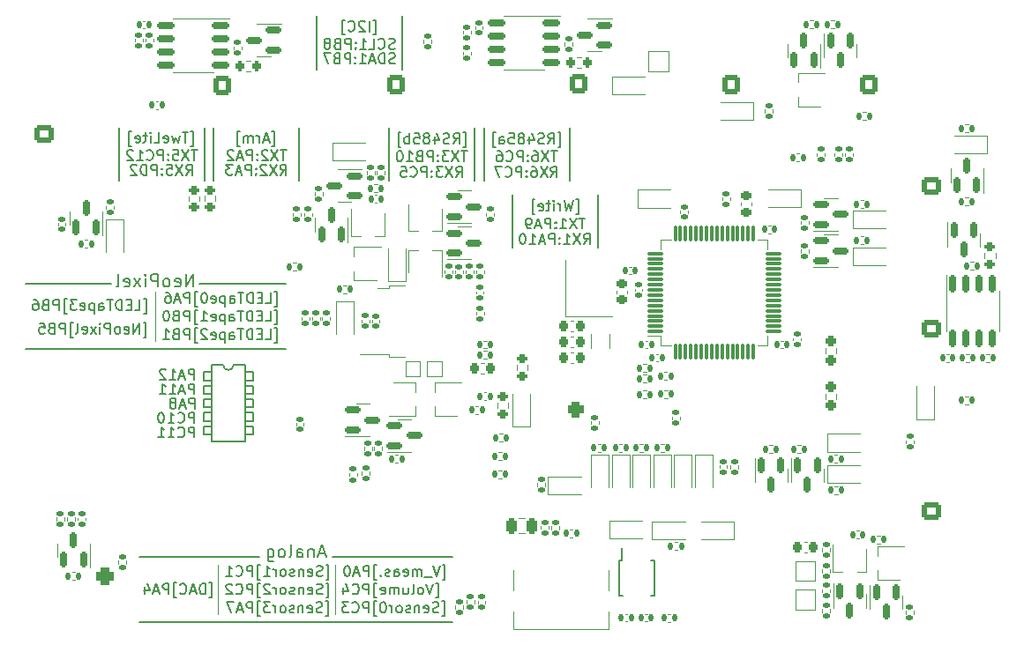
<source format=gbr>
%TF.GenerationSoftware,KiCad,Pcbnew,(6.0.11)*%
%TF.CreationDate,2024-02-29T08:23:56+09:00*%
%TF.ProjectId,Mother_Ctrl,4d6f7468-6572-45f4-9374-726c2e6b6963,rev?*%
%TF.SameCoordinates,Original*%
%TF.FileFunction,Legend,Bot*%
%TF.FilePolarity,Positive*%
%FSLAX46Y46*%
G04 Gerber Fmt 4.6, Leading zero omitted, Abs format (unit mm)*
G04 Created by KiCad (PCBNEW (6.0.11)) date 2024-02-29 08:23:56*
%MOMM*%
%LPD*%
G01*
G04 APERTURE LIST*
G04 Aperture macros list*
%AMRoundRect*
0 Rectangle with rounded corners*
0 $1 Rounding radius*
0 $2 $3 $4 $5 $6 $7 $8 $9 X,Y pos of 4 corners*
0 Add a 4 corners polygon primitive as box body*
4,1,4,$2,$3,$4,$5,$6,$7,$8,$9,$2,$3,0*
0 Add four circle primitives for the rounded corners*
1,1,$1+$1,$2,$3*
1,1,$1+$1,$4,$5*
1,1,$1+$1,$6,$7*
1,1,$1+$1,$8,$9*
0 Add four rect primitives between the rounded corners*
20,1,$1+$1,$2,$3,$4,$5,0*
20,1,$1+$1,$4,$5,$6,$7,0*
20,1,$1+$1,$6,$7,$8,$9,0*
20,1,$1+$1,$8,$9,$2,$3,0*%
%AMHorizOval*
0 Thick line with rounded ends*
0 $1 width*
0 $2 $3 position (X,Y) of the first rounded end (center of the circle)*
0 $4 $5 position (X,Y) of the second rounded end (center of the circle)*
0 Add line between two ends*
20,1,$1,$2,$3,$4,$5,0*
0 Add two circle primitives to create the rounded ends*
1,1,$1,$2,$3*
1,1,$1,$4,$5*%
G04 Aperture macros list end*
%ADD10C,0.150000*%
%ADD11C,0.080000*%
%ADD12C,0.130000*%
%ADD13C,0.120000*%
%ADD14RoundRect,0.250000X0.675000X-0.600000X0.675000X0.600000X-0.675000X0.600000X-0.675000X-0.600000X0*%
%ADD15O,1.850000X1.700000*%
%ADD16R,1.700000X1.700000*%
%ADD17O,1.700000X1.700000*%
%ADD18RoundRect,0.250000X0.600000X0.675000X-0.600000X0.675000X-0.600000X-0.675000X0.600000X-0.675000X0*%
%ADD19O,1.700000X1.850000*%
%ADD20C,1.400000*%
%ADD21R,3.500000X3.500000*%
%ADD22C,3.500000*%
%ADD23R,1.400000X1.400000*%
%ADD24RoundRect,0.381000X-0.381000X-0.381000X0.381000X-0.381000X0.381000X0.381000X-0.381000X0.381000X0*%
%ADD25C,1.524000*%
%ADD26RoundRect,0.250000X-0.675000X0.600000X-0.675000X-0.600000X0.675000X-0.600000X0.675000X0.600000X0*%
%ADD27HorizOval,3.100000X0.424264X-0.424264X-0.424264X0.424264X0*%
%ADD28C,1.700000*%
%ADD29RoundRect,0.425000X0.425000X0.425000X-0.425000X0.425000X-0.425000X-0.425000X0.425000X-0.425000X0*%
%ADD30C,2.000000*%
%ADD31RoundRect,0.225000X-0.225000X-0.250000X0.225000X-0.250000X0.225000X0.250000X-0.225000X0.250000X0*%
%ADD32R,1.000000X0.700000*%
%ADD33RoundRect,0.135000X0.135000X0.185000X-0.135000X0.185000X-0.135000X-0.185000X0.135000X-0.185000X0*%
%ADD34RoundRect,0.150000X0.150000X-0.587500X0.150000X0.587500X-0.150000X0.587500X-0.150000X-0.587500X0*%
%ADD35RoundRect,0.135000X-0.185000X0.135000X-0.185000X-0.135000X0.185000X-0.135000X0.185000X0.135000X0*%
%ADD36RoundRect,0.140000X0.170000X-0.140000X0.170000X0.140000X-0.170000X0.140000X-0.170000X-0.140000X0*%
%ADD37RoundRect,0.135000X-0.135000X-0.185000X0.135000X-0.185000X0.135000X0.185000X-0.135000X0.185000X0*%
%ADD38R,1.800000X1.000000*%
%ADD39RoundRect,0.237500X-0.237500X0.250000X-0.237500X-0.250000X0.237500X-0.250000X0.237500X0.250000X0*%
%ADD40RoundRect,0.150000X-0.150000X0.587500X-0.150000X-0.587500X0.150000X-0.587500X0.150000X0.587500X0*%
%ADD41RoundRect,0.225000X-0.250000X0.225000X-0.250000X-0.225000X0.250000X-0.225000X0.250000X0.225000X0*%
%ADD42R,1.000000X1.000000*%
%ADD43RoundRect,0.150000X0.587500X0.150000X-0.587500X0.150000X-0.587500X-0.150000X0.587500X-0.150000X0*%
%ADD44RoundRect,0.140000X-0.140000X-0.170000X0.140000X-0.170000X0.140000X0.170000X-0.140000X0.170000X0*%
%ADD45RoundRect,0.150000X-0.150000X0.675000X-0.150000X-0.675000X0.150000X-0.675000X0.150000X0.675000X0*%
%ADD46RoundRect,0.200000X0.275000X-0.200000X0.275000X0.200000X-0.275000X0.200000X-0.275000X-0.200000X0*%
%ADD47RoundRect,0.150000X-0.587500X-0.150000X0.587500X-0.150000X0.587500X0.150000X-0.587500X0.150000X0*%
%ADD48RoundRect,0.140000X-0.170000X0.140000X-0.170000X-0.140000X0.170000X-0.140000X0.170000X0.140000X0*%
%ADD49RoundRect,0.140000X0.140000X0.170000X-0.140000X0.170000X-0.140000X-0.170000X0.140000X-0.170000X0*%
%ADD50R,0.300000X1.400000*%
%ADD51R,0.700000X1.000000*%
%ADD52RoundRect,0.075000X-0.700000X-0.075000X0.700000X-0.075000X0.700000X0.075000X-0.700000X0.075000X0*%
%ADD53RoundRect,0.075000X-0.075000X-0.700000X0.075000X-0.700000X0.075000X0.700000X-0.075000X0.700000X0*%
%ADD54RoundRect,0.200000X-0.275000X0.200000X-0.275000X-0.200000X0.275000X-0.200000X0.275000X0.200000X0*%
%ADD55RoundRect,0.135000X0.185000X-0.135000X0.185000X0.135000X-0.185000X0.135000X-0.185000X-0.135000X0*%
%ADD56RoundRect,0.150000X0.675000X0.150000X-0.675000X0.150000X-0.675000X-0.150000X0.675000X-0.150000X0*%
%ADD57R,1.800000X2.100000*%
%ADD58RoundRect,0.250000X-0.250000X-0.475000X0.250000X-0.475000X0.250000X0.475000X-0.250000X0.475000X0*%
%ADD59RoundRect,0.200000X0.200000X0.275000X-0.200000X0.275000X-0.200000X-0.275000X0.200000X-0.275000X0*%
%ADD60R,1.500000X1.500000*%
%ADD61R,2.200000X1.200000*%
%ADD62R,6.400000X5.800000*%
%ADD63C,0.650000*%
%ADD64R,0.600000X1.240000*%
%ADD65R,0.300000X1.240000*%
%ADD66O,1.000000X1.800000*%
%ADD67O,1.000000X2.100000*%
%ADD68RoundRect,0.225000X0.225000X0.250000X-0.225000X0.250000X-0.225000X-0.250000X0.225000X-0.250000X0*%
G04 APERTURE END LIST*
D10*
X124550000Y-117670000D02*
X127750000Y-117670000D01*
X129150000Y-128720000D02*
X117650000Y-128720000D01*
X127750000Y-117670000D02*
X127750000Y-110270000D01*
X124550000Y-110970000D02*
X123750000Y-110970000D01*
X123750000Y-110970000D02*
X123750000Y-111770000D01*
X123750000Y-111770000D02*
X124550000Y-111770000D01*
X124550000Y-111770000D02*
X124550000Y-110970000D01*
X134650000Y-81870000D02*
X134650000Y-76770000D01*
X124550000Y-110270000D02*
X125650000Y-110270000D01*
X126650000Y-110270000D02*
X127750000Y-110270000D01*
X153450000Y-99020000D02*
X153450000Y-93920000D01*
X128550000Y-112270000D02*
X127750000Y-112270000D01*
X127750000Y-112270000D02*
X127750000Y-113070000D01*
X127750000Y-113070000D02*
X128550000Y-113070000D01*
X128550000Y-113070000D02*
X128550000Y-112270000D01*
X124550000Y-113570000D02*
X123750000Y-113570000D01*
X123750000Y-113570000D02*
X123750000Y-114370000D01*
X123750000Y-114370000D02*
X124550000Y-114370000D01*
X124550000Y-114370000D02*
X124550000Y-113570000D01*
X149800000Y-92570000D02*
X149800000Y-87470000D01*
D11*
X119150000Y-107995000D02*
X119150000Y-103245000D01*
D10*
X147650000Y-128720000D02*
X136150000Y-128720000D01*
X124550000Y-117670000D02*
X124550000Y-110270000D01*
X131650000Y-102470000D02*
X123400000Y-102470000D01*
X123850000Y-92570000D02*
X123850000Y-87470000D01*
X115650000Y-92570000D02*
X115650000Y-87470000D01*
X128550000Y-110970000D02*
X127750000Y-110970000D01*
X127750000Y-110970000D02*
X127750000Y-111770000D01*
X127750000Y-111770000D02*
X128550000Y-111770000D01*
X128550000Y-111770000D02*
X128550000Y-110970000D01*
X161650000Y-99020000D02*
X161650000Y-93920000D01*
X114900000Y-102470000D02*
X106650000Y-102470000D01*
X124550000Y-112270000D02*
X123750000Y-112270000D01*
X123750000Y-112270000D02*
X123750000Y-113070000D01*
X123750000Y-113070000D02*
X124550000Y-113070000D01*
X124550000Y-113070000D02*
X124550000Y-112270000D01*
X150700000Y-92570000D02*
X150700000Y-87470000D01*
X124550000Y-116170000D02*
X123750000Y-116170000D01*
X123750000Y-116170000D02*
X123750000Y-116970000D01*
X123750000Y-116970000D02*
X124550000Y-116970000D01*
X124550000Y-116970000D02*
X124550000Y-116170000D01*
X132950000Y-92570000D02*
X132950000Y-87470000D01*
X142850000Y-81870000D02*
X142850000Y-76770000D01*
D11*
X136400000Y-134220000D02*
X136400000Y-129470000D01*
D10*
X124750000Y-92570000D02*
X124750000Y-87470000D01*
X125650000Y-110270000D02*
G75*
G03*
X126650000Y-110270000I500000J0D01*
G01*
X106650000Y-108720000D02*
X131650000Y-108720000D01*
X128550000Y-113570000D02*
X127750000Y-113570000D01*
X127750000Y-113570000D02*
X127750000Y-114370000D01*
X127750000Y-114370000D02*
X128550000Y-114370000D01*
X128550000Y-114370000D02*
X128550000Y-113570000D01*
X124550000Y-114870000D02*
X123750000Y-114870000D01*
X123750000Y-114870000D02*
X123750000Y-115670000D01*
X123750000Y-115670000D02*
X124550000Y-115670000D01*
X124550000Y-115670000D02*
X124550000Y-114870000D01*
X117650000Y-134970000D02*
X147650000Y-134970000D01*
X128550000Y-116170000D02*
X127750000Y-116170000D01*
X127750000Y-116170000D02*
X127750000Y-116970000D01*
X127750000Y-116970000D02*
X128550000Y-116970000D01*
X128550000Y-116970000D02*
X128550000Y-116170000D01*
X128550000Y-114870000D02*
X127750000Y-114870000D01*
X127750000Y-114870000D02*
X127750000Y-115670000D01*
X127750000Y-115670000D02*
X128550000Y-115670000D01*
X128550000Y-115670000D02*
X128550000Y-114870000D01*
D11*
X125150000Y-134220000D02*
X125150000Y-129470000D01*
D10*
X158900000Y-92570000D02*
X158900000Y-87470000D01*
X141600000Y-92570000D02*
X141600000Y-87470000D01*
D12*
X130595238Y-104655714D02*
X130833333Y-104655714D01*
X130833333Y-103227142D01*
X130595238Y-103227142D01*
X129738095Y-104322380D02*
X130214285Y-104322380D01*
X130214285Y-103322380D01*
X129404761Y-103798571D02*
X129071428Y-103798571D01*
X128928571Y-104322380D02*
X129404761Y-104322380D01*
X129404761Y-103322380D01*
X128928571Y-103322380D01*
X128500000Y-104322380D02*
X128500000Y-103322380D01*
X128261904Y-103322380D01*
X128119047Y-103370000D01*
X128023809Y-103465238D01*
X127976190Y-103560476D01*
X127928571Y-103750952D01*
X127928571Y-103893809D01*
X127976190Y-104084285D01*
X128023809Y-104179523D01*
X128119047Y-104274761D01*
X128261904Y-104322380D01*
X128500000Y-104322380D01*
X127642857Y-103322380D02*
X127071428Y-103322380D01*
X127357142Y-104322380D02*
X127357142Y-103322380D01*
X126309523Y-104322380D02*
X126309523Y-103798571D01*
X126357142Y-103703333D01*
X126452380Y-103655714D01*
X126642857Y-103655714D01*
X126738095Y-103703333D01*
X126309523Y-104274761D02*
X126404761Y-104322380D01*
X126642857Y-104322380D01*
X126738095Y-104274761D01*
X126785714Y-104179523D01*
X126785714Y-104084285D01*
X126738095Y-103989047D01*
X126642857Y-103941428D01*
X126404761Y-103941428D01*
X126309523Y-103893809D01*
X125833333Y-103655714D02*
X125833333Y-104655714D01*
X125833333Y-103703333D02*
X125738095Y-103655714D01*
X125547619Y-103655714D01*
X125452380Y-103703333D01*
X125404761Y-103750952D01*
X125357142Y-103846190D01*
X125357142Y-104131904D01*
X125404761Y-104227142D01*
X125452380Y-104274761D01*
X125547619Y-104322380D01*
X125738095Y-104322380D01*
X125833333Y-104274761D01*
X124547619Y-104274761D02*
X124642857Y-104322380D01*
X124833333Y-104322380D01*
X124928571Y-104274761D01*
X124976190Y-104179523D01*
X124976190Y-103798571D01*
X124928571Y-103703333D01*
X124833333Y-103655714D01*
X124642857Y-103655714D01*
X124547619Y-103703333D01*
X124500000Y-103798571D01*
X124500000Y-103893809D01*
X124976190Y-103989047D01*
X123880952Y-103322380D02*
X123785714Y-103322380D01*
X123690476Y-103370000D01*
X123642857Y-103417619D01*
X123595238Y-103512857D01*
X123547619Y-103703333D01*
X123547619Y-103941428D01*
X123595238Y-104131904D01*
X123642857Y-104227142D01*
X123690476Y-104274761D01*
X123785714Y-104322380D01*
X123880952Y-104322380D01*
X123976190Y-104274761D01*
X124023809Y-104227142D01*
X124071428Y-104131904D01*
X124119047Y-103941428D01*
X124119047Y-103703333D01*
X124071428Y-103512857D01*
X124023809Y-103417619D01*
X123976190Y-103370000D01*
X123880952Y-103322380D01*
X123214285Y-104655714D02*
X122976190Y-104655714D01*
X122976190Y-103227142D01*
X123214285Y-103227142D01*
X122452380Y-104322380D02*
X122452380Y-103322380D01*
X122071428Y-103322380D01*
X121976190Y-103370000D01*
X121928571Y-103417619D01*
X121880952Y-103512857D01*
X121880952Y-103655714D01*
X121928571Y-103750952D01*
X121976190Y-103798571D01*
X122071428Y-103846190D01*
X122452380Y-103846190D01*
X121500000Y-104036666D02*
X121023809Y-104036666D01*
X121595238Y-104322380D02*
X121261904Y-103322380D01*
X120928571Y-104322380D01*
X120166666Y-103322380D02*
X120357142Y-103322380D01*
X120452380Y-103370000D01*
X120500000Y-103417619D01*
X120595238Y-103560476D01*
X120642857Y-103750952D01*
X120642857Y-104131904D01*
X120595238Y-104227142D01*
X120547619Y-104274761D01*
X120452380Y-104322380D01*
X120261904Y-104322380D01*
X120166666Y-104274761D01*
X120119047Y-104227142D01*
X120071428Y-104131904D01*
X120071428Y-103893809D01*
X120119047Y-103798571D01*
X120166666Y-103750952D01*
X120261904Y-103703333D01*
X120452380Y-103703333D01*
X120547619Y-103750952D01*
X120595238Y-103798571D01*
X120642857Y-103893809D01*
X142154761Y-81274761D02*
X142011904Y-81322380D01*
X141773809Y-81322380D01*
X141678571Y-81274761D01*
X141630952Y-81227142D01*
X141583333Y-81131904D01*
X141583333Y-81036666D01*
X141630952Y-80941428D01*
X141678571Y-80893809D01*
X141773809Y-80846190D01*
X141964285Y-80798571D01*
X142059523Y-80750952D01*
X142107142Y-80703333D01*
X142154761Y-80608095D01*
X142154761Y-80512857D01*
X142107142Y-80417619D01*
X142059523Y-80370000D01*
X141964285Y-80322380D01*
X141726190Y-80322380D01*
X141583333Y-80370000D01*
X141154761Y-81322380D02*
X141154761Y-80322380D01*
X140916666Y-80322380D01*
X140773809Y-80370000D01*
X140678571Y-80465238D01*
X140630952Y-80560476D01*
X140583333Y-80750952D01*
X140583333Y-80893809D01*
X140630952Y-81084285D01*
X140678571Y-81179523D01*
X140773809Y-81274761D01*
X140916666Y-81322380D01*
X141154761Y-81322380D01*
X140202380Y-81036666D02*
X139726190Y-81036666D01*
X140297619Y-81322380D02*
X139964285Y-80322380D01*
X139630952Y-81322380D01*
X138773809Y-81322380D02*
X139345238Y-81322380D01*
X139059523Y-81322380D02*
X139059523Y-80322380D01*
X139154761Y-80465238D01*
X139250000Y-80560476D01*
X139345238Y-80608095D01*
X138345238Y-81227142D02*
X138297619Y-81274761D01*
X138345238Y-81322380D01*
X138392857Y-81274761D01*
X138345238Y-81227142D01*
X138345238Y-81322380D01*
X138345238Y-80703333D02*
X138297619Y-80750952D01*
X138345238Y-80798571D01*
X138392857Y-80750952D01*
X138345238Y-80703333D01*
X138345238Y-80798571D01*
X137869047Y-81322380D02*
X137869047Y-80322380D01*
X137488095Y-80322380D01*
X137392857Y-80370000D01*
X137345238Y-80417619D01*
X137297619Y-80512857D01*
X137297619Y-80655714D01*
X137345238Y-80750952D01*
X137392857Y-80798571D01*
X137488095Y-80846190D01*
X137869047Y-80846190D01*
X136535714Y-80798571D02*
X136392857Y-80846190D01*
X136345238Y-80893809D01*
X136297619Y-80989047D01*
X136297619Y-81131904D01*
X136345238Y-81227142D01*
X136392857Y-81274761D01*
X136488095Y-81322380D01*
X136869047Y-81322380D01*
X136869047Y-80322380D01*
X136535714Y-80322380D01*
X136440476Y-80370000D01*
X136392857Y-80417619D01*
X136345238Y-80512857D01*
X136345238Y-80608095D01*
X136392857Y-80703333D01*
X136440476Y-80750952D01*
X136535714Y-80798571D01*
X136869047Y-80798571D01*
X135964285Y-80322380D02*
X135297619Y-80322380D01*
X135726190Y-81322380D01*
X122892857Y-113097380D02*
X122892857Y-112097380D01*
X122511904Y-112097380D01*
X122416666Y-112145000D01*
X122369047Y-112192619D01*
X122321428Y-112287857D01*
X122321428Y-112430714D01*
X122369047Y-112525952D01*
X122416666Y-112573571D01*
X122511904Y-112621190D01*
X122892857Y-112621190D01*
X121940476Y-112811666D02*
X121464285Y-112811666D01*
X122035714Y-113097380D02*
X121702380Y-112097380D01*
X121369047Y-113097380D01*
X120511904Y-113097380D02*
X121083333Y-113097380D01*
X120797619Y-113097380D02*
X120797619Y-112097380D01*
X120892857Y-112240238D01*
X120988095Y-112335476D01*
X121083333Y-112383095D01*
X119559523Y-113097380D02*
X120130952Y-113097380D01*
X119845238Y-113097380D02*
X119845238Y-112097380D01*
X119940476Y-112240238D01*
X120035714Y-112335476D01*
X120130952Y-112383095D01*
X118007142Y-107605714D02*
X118245238Y-107605714D01*
X118245238Y-106177142D01*
X118007142Y-106177142D01*
X117626190Y-107272380D02*
X117626190Y-106272380D01*
X117054761Y-107272380D01*
X117054761Y-106272380D01*
X116197619Y-107224761D02*
X116292857Y-107272380D01*
X116483333Y-107272380D01*
X116578571Y-107224761D01*
X116626190Y-107129523D01*
X116626190Y-106748571D01*
X116578571Y-106653333D01*
X116483333Y-106605714D01*
X116292857Y-106605714D01*
X116197619Y-106653333D01*
X116150000Y-106748571D01*
X116150000Y-106843809D01*
X116626190Y-106939047D01*
X115578571Y-107272380D02*
X115673809Y-107224761D01*
X115721428Y-107177142D01*
X115769047Y-107081904D01*
X115769047Y-106796190D01*
X115721428Y-106700952D01*
X115673809Y-106653333D01*
X115578571Y-106605714D01*
X115435714Y-106605714D01*
X115340476Y-106653333D01*
X115292857Y-106700952D01*
X115245238Y-106796190D01*
X115245238Y-107081904D01*
X115292857Y-107177142D01*
X115340476Y-107224761D01*
X115435714Y-107272380D01*
X115578571Y-107272380D01*
X114816666Y-107272380D02*
X114816666Y-106272380D01*
X114435714Y-106272380D01*
X114340476Y-106320000D01*
X114292857Y-106367619D01*
X114245238Y-106462857D01*
X114245238Y-106605714D01*
X114292857Y-106700952D01*
X114340476Y-106748571D01*
X114435714Y-106796190D01*
X114816666Y-106796190D01*
X113816666Y-107272380D02*
X113816666Y-106605714D01*
X113816666Y-106272380D02*
X113864285Y-106320000D01*
X113816666Y-106367619D01*
X113769047Y-106320000D01*
X113816666Y-106272380D01*
X113816666Y-106367619D01*
X113435714Y-107272380D02*
X112911904Y-106605714D01*
X113435714Y-106605714D02*
X112911904Y-107272380D01*
X112150000Y-107224761D02*
X112245238Y-107272380D01*
X112435714Y-107272380D01*
X112530952Y-107224761D01*
X112578571Y-107129523D01*
X112578571Y-106748571D01*
X112530952Y-106653333D01*
X112435714Y-106605714D01*
X112245238Y-106605714D01*
X112150000Y-106653333D01*
X112102380Y-106748571D01*
X112102380Y-106843809D01*
X112578571Y-106939047D01*
X111530952Y-107272380D02*
X111626190Y-107224761D01*
X111673809Y-107129523D01*
X111673809Y-106272380D01*
X111245238Y-107605714D02*
X111007142Y-107605714D01*
X111007142Y-106177142D01*
X111245238Y-106177142D01*
X110483333Y-107272380D02*
X110483333Y-106272380D01*
X110102380Y-106272380D01*
X110007142Y-106320000D01*
X109959523Y-106367619D01*
X109911904Y-106462857D01*
X109911904Y-106605714D01*
X109959523Y-106700952D01*
X110007142Y-106748571D01*
X110102380Y-106796190D01*
X110483333Y-106796190D01*
X109150000Y-106748571D02*
X109007142Y-106796190D01*
X108959523Y-106843809D01*
X108911904Y-106939047D01*
X108911904Y-107081904D01*
X108959523Y-107177142D01*
X109007142Y-107224761D01*
X109102380Y-107272380D01*
X109483333Y-107272380D01*
X109483333Y-106272380D01*
X109150000Y-106272380D01*
X109054761Y-106320000D01*
X109007142Y-106367619D01*
X108959523Y-106462857D01*
X108959523Y-106558095D01*
X109007142Y-106653333D01*
X109054761Y-106700952D01*
X109150000Y-106748571D01*
X109483333Y-106748571D01*
X108007142Y-106272380D02*
X108483333Y-106272380D01*
X108530952Y-106748571D01*
X108483333Y-106700952D01*
X108388095Y-106653333D01*
X108150000Y-106653333D01*
X108054761Y-106700952D01*
X108007142Y-106748571D01*
X107959523Y-106843809D01*
X107959523Y-107081904D01*
X108007142Y-107177142D01*
X108054761Y-107224761D01*
X108150000Y-107272380D01*
X108388095Y-107272380D01*
X108483333Y-107224761D01*
X108530952Y-107177142D01*
X122889285Y-115847380D02*
X122889285Y-114847380D01*
X122508333Y-114847380D01*
X122413095Y-114895000D01*
X122365476Y-114942619D01*
X122317857Y-115037857D01*
X122317857Y-115180714D01*
X122365476Y-115275952D01*
X122413095Y-115323571D01*
X122508333Y-115371190D01*
X122889285Y-115371190D01*
X121317857Y-115752142D02*
X121365476Y-115799761D01*
X121508333Y-115847380D01*
X121603571Y-115847380D01*
X121746428Y-115799761D01*
X121841666Y-115704523D01*
X121889285Y-115609285D01*
X121936904Y-115418809D01*
X121936904Y-115275952D01*
X121889285Y-115085476D01*
X121841666Y-114990238D01*
X121746428Y-114895000D01*
X121603571Y-114847380D01*
X121508333Y-114847380D01*
X121365476Y-114895000D01*
X121317857Y-114942619D01*
X120365476Y-115847380D02*
X120936904Y-115847380D01*
X120651190Y-115847380D02*
X120651190Y-114847380D01*
X120746428Y-114990238D01*
X120841666Y-115085476D01*
X120936904Y-115133095D01*
X119746428Y-114847380D02*
X119651190Y-114847380D01*
X119555952Y-114895000D01*
X119508333Y-114942619D01*
X119460714Y-115037857D01*
X119413095Y-115228333D01*
X119413095Y-115466428D01*
X119460714Y-115656904D01*
X119508333Y-115752142D01*
X119555952Y-115799761D01*
X119651190Y-115847380D01*
X119746428Y-115847380D01*
X119841666Y-115799761D01*
X119889285Y-115752142D01*
X119936904Y-115656904D01*
X119984523Y-115466428D01*
X119984523Y-115228333D01*
X119936904Y-115037857D01*
X119889285Y-114942619D01*
X119841666Y-114895000D01*
X119746428Y-114847380D01*
X122892857Y-111672380D02*
X122892857Y-110672380D01*
X122511904Y-110672380D01*
X122416666Y-110720000D01*
X122369047Y-110767619D01*
X122321428Y-110862857D01*
X122321428Y-111005714D01*
X122369047Y-111100952D01*
X122416666Y-111148571D01*
X122511904Y-111196190D01*
X122892857Y-111196190D01*
X121940476Y-111386666D02*
X121464285Y-111386666D01*
X122035714Y-111672380D02*
X121702380Y-110672380D01*
X121369047Y-111672380D01*
X120511904Y-111672380D02*
X121083333Y-111672380D01*
X120797619Y-111672380D02*
X120797619Y-110672380D01*
X120892857Y-110815238D01*
X120988095Y-110910476D01*
X121083333Y-110958095D01*
X120130952Y-110767619D02*
X120083333Y-110720000D01*
X119988095Y-110672380D01*
X119750000Y-110672380D01*
X119654761Y-110720000D01*
X119607142Y-110767619D01*
X119559523Y-110862857D01*
X119559523Y-110958095D01*
X119607142Y-111100952D01*
X120178571Y-111672380D01*
X119559523Y-111672380D01*
X118016666Y-105355714D02*
X118254761Y-105355714D01*
X118254761Y-103927142D01*
X118016666Y-103927142D01*
X117159523Y-105022380D02*
X117635714Y-105022380D01*
X117635714Y-104022380D01*
X116826190Y-104498571D02*
X116492857Y-104498571D01*
X116350000Y-105022380D02*
X116826190Y-105022380D01*
X116826190Y-104022380D01*
X116350000Y-104022380D01*
X115921428Y-105022380D02*
X115921428Y-104022380D01*
X115683333Y-104022380D01*
X115540476Y-104070000D01*
X115445238Y-104165238D01*
X115397619Y-104260476D01*
X115350000Y-104450952D01*
X115350000Y-104593809D01*
X115397619Y-104784285D01*
X115445238Y-104879523D01*
X115540476Y-104974761D01*
X115683333Y-105022380D01*
X115921428Y-105022380D01*
X115064285Y-104022380D02*
X114492857Y-104022380D01*
X114778571Y-105022380D02*
X114778571Y-104022380D01*
X113730952Y-105022380D02*
X113730952Y-104498571D01*
X113778571Y-104403333D01*
X113873809Y-104355714D01*
X114064285Y-104355714D01*
X114159523Y-104403333D01*
X113730952Y-104974761D02*
X113826190Y-105022380D01*
X114064285Y-105022380D01*
X114159523Y-104974761D01*
X114207142Y-104879523D01*
X114207142Y-104784285D01*
X114159523Y-104689047D01*
X114064285Y-104641428D01*
X113826190Y-104641428D01*
X113730952Y-104593809D01*
X113254761Y-104355714D02*
X113254761Y-105355714D01*
X113254761Y-104403333D02*
X113159523Y-104355714D01*
X112969047Y-104355714D01*
X112873809Y-104403333D01*
X112826190Y-104450952D01*
X112778571Y-104546190D01*
X112778571Y-104831904D01*
X112826190Y-104927142D01*
X112873809Y-104974761D01*
X112969047Y-105022380D01*
X113159523Y-105022380D01*
X113254761Y-104974761D01*
X111969047Y-104974761D02*
X112064285Y-105022380D01*
X112254761Y-105022380D01*
X112350000Y-104974761D01*
X112397619Y-104879523D01*
X112397619Y-104498571D01*
X112350000Y-104403333D01*
X112254761Y-104355714D01*
X112064285Y-104355714D01*
X111969047Y-104403333D01*
X111921428Y-104498571D01*
X111921428Y-104593809D01*
X112397619Y-104689047D01*
X111588095Y-104022380D02*
X110969047Y-104022380D01*
X111302380Y-104403333D01*
X111159523Y-104403333D01*
X111064285Y-104450952D01*
X111016666Y-104498571D01*
X110969047Y-104593809D01*
X110969047Y-104831904D01*
X111016666Y-104927142D01*
X111064285Y-104974761D01*
X111159523Y-105022380D01*
X111445238Y-105022380D01*
X111540476Y-104974761D01*
X111588095Y-104927142D01*
X110635714Y-105355714D02*
X110397619Y-105355714D01*
X110397619Y-103927142D01*
X110635714Y-103927142D01*
X109873809Y-105022380D02*
X109873809Y-104022380D01*
X109492857Y-104022380D01*
X109397619Y-104070000D01*
X109350000Y-104117619D01*
X109302380Y-104212857D01*
X109302380Y-104355714D01*
X109350000Y-104450952D01*
X109397619Y-104498571D01*
X109492857Y-104546190D01*
X109873809Y-104546190D01*
X108540476Y-104498571D02*
X108397619Y-104546190D01*
X108350000Y-104593809D01*
X108302380Y-104689047D01*
X108302380Y-104831904D01*
X108350000Y-104927142D01*
X108397619Y-104974761D01*
X108492857Y-105022380D01*
X108873809Y-105022380D01*
X108873809Y-104022380D01*
X108540476Y-104022380D01*
X108445238Y-104070000D01*
X108397619Y-104117619D01*
X108350000Y-104212857D01*
X108350000Y-104308095D01*
X108397619Y-104403333D01*
X108445238Y-104450952D01*
X108540476Y-104498571D01*
X108873809Y-104498571D01*
X107445238Y-104022380D02*
X107635714Y-104022380D01*
X107730952Y-104070000D01*
X107778571Y-104117619D01*
X107873809Y-104260476D01*
X107921428Y-104450952D01*
X107921428Y-104831904D01*
X107873809Y-104927142D01*
X107826190Y-104974761D01*
X107730952Y-105022380D01*
X107540476Y-105022380D01*
X107445238Y-104974761D01*
X107397619Y-104927142D01*
X107350000Y-104831904D01*
X107350000Y-104593809D01*
X107397619Y-104498571D01*
X107445238Y-104450952D01*
X107540476Y-104403333D01*
X107730952Y-104403333D01*
X107826190Y-104450952D01*
X107873809Y-104498571D01*
X107921428Y-104593809D01*
X130566666Y-106405714D02*
X130804761Y-106405714D01*
X130804761Y-104977142D01*
X130566666Y-104977142D01*
X129709523Y-106072380D02*
X130185714Y-106072380D01*
X130185714Y-105072380D01*
X129376190Y-105548571D02*
X129042857Y-105548571D01*
X128900000Y-106072380D02*
X129376190Y-106072380D01*
X129376190Y-105072380D01*
X128900000Y-105072380D01*
X128471428Y-106072380D02*
X128471428Y-105072380D01*
X128233333Y-105072380D01*
X128090476Y-105120000D01*
X127995238Y-105215238D01*
X127947619Y-105310476D01*
X127900000Y-105500952D01*
X127900000Y-105643809D01*
X127947619Y-105834285D01*
X127995238Y-105929523D01*
X128090476Y-106024761D01*
X128233333Y-106072380D01*
X128471428Y-106072380D01*
X127614285Y-105072380D02*
X127042857Y-105072380D01*
X127328571Y-106072380D02*
X127328571Y-105072380D01*
X126280952Y-106072380D02*
X126280952Y-105548571D01*
X126328571Y-105453333D01*
X126423809Y-105405714D01*
X126614285Y-105405714D01*
X126709523Y-105453333D01*
X126280952Y-106024761D02*
X126376190Y-106072380D01*
X126614285Y-106072380D01*
X126709523Y-106024761D01*
X126757142Y-105929523D01*
X126757142Y-105834285D01*
X126709523Y-105739047D01*
X126614285Y-105691428D01*
X126376190Y-105691428D01*
X126280952Y-105643809D01*
X125804761Y-105405714D02*
X125804761Y-106405714D01*
X125804761Y-105453333D02*
X125709523Y-105405714D01*
X125519047Y-105405714D01*
X125423809Y-105453333D01*
X125376190Y-105500952D01*
X125328571Y-105596190D01*
X125328571Y-105881904D01*
X125376190Y-105977142D01*
X125423809Y-106024761D01*
X125519047Y-106072380D01*
X125709523Y-106072380D01*
X125804761Y-106024761D01*
X124519047Y-106024761D02*
X124614285Y-106072380D01*
X124804761Y-106072380D01*
X124900000Y-106024761D01*
X124947619Y-105929523D01*
X124947619Y-105548571D01*
X124900000Y-105453333D01*
X124804761Y-105405714D01*
X124614285Y-105405714D01*
X124519047Y-105453333D01*
X124471428Y-105548571D01*
X124471428Y-105643809D01*
X124947619Y-105739047D01*
X123519047Y-106072380D02*
X124090476Y-106072380D01*
X123804761Y-106072380D02*
X123804761Y-105072380D01*
X123900000Y-105215238D01*
X123995238Y-105310476D01*
X124090476Y-105358095D01*
X123185714Y-106405714D02*
X122947619Y-106405714D01*
X122947619Y-104977142D01*
X123185714Y-104977142D01*
X122423809Y-106072380D02*
X122423809Y-105072380D01*
X122042857Y-105072380D01*
X121947619Y-105120000D01*
X121900000Y-105167619D01*
X121852380Y-105262857D01*
X121852380Y-105405714D01*
X121900000Y-105500952D01*
X121947619Y-105548571D01*
X122042857Y-105596190D01*
X122423809Y-105596190D01*
X121090476Y-105548571D02*
X120947619Y-105596190D01*
X120900000Y-105643809D01*
X120852380Y-105739047D01*
X120852380Y-105881904D01*
X120900000Y-105977142D01*
X120947619Y-106024761D01*
X121042857Y-106072380D01*
X121423809Y-106072380D01*
X121423809Y-105072380D01*
X121090476Y-105072380D01*
X120995238Y-105120000D01*
X120947619Y-105167619D01*
X120900000Y-105262857D01*
X120900000Y-105358095D01*
X120947619Y-105453333D01*
X120995238Y-105500952D01*
X121090476Y-105548571D01*
X121423809Y-105548571D01*
X120233333Y-105072380D02*
X120138095Y-105072380D01*
X120042857Y-105120000D01*
X119995238Y-105167619D01*
X119947619Y-105262857D01*
X119900000Y-105453333D01*
X119900000Y-105691428D01*
X119947619Y-105881904D01*
X119995238Y-105977142D01*
X120042857Y-106024761D01*
X120138095Y-106072380D01*
X120233333Y-106072380D01*
X120328571Y-106024761D01*
X120376190Y-105977142D01*
X120423809Y-105881904D01*
X120471428Y-105691428D01*
X120471428Y-105453333D01*
X120423809Y-105262857D01*
X120376190Y-105167619D01*
X120328571Y-105120000D01*
X120233333Y-105072380D01*
X135519047Y-130905714D02*
X135757142Y-130905714D01*
X135757142Y-129477142D01*
X135519047Y-129477142D01*
X135185714Y-130524761D02*
X135042857Y-130572380D01*
X134804761Y-130572380D01*
X134709523Y-130524761D01*
X134661904Y-130477142D01*
X134614285Y-130381904D01*
X134614285Y-130286666D01*
X134661904Y-130191428D01*
X134709523Y-130143809D01*
X134804761Y-130096190D01*
X134995238Y-130048571D01*
X135090476Y-130000952D01*
X135138095Y-129953333D01*
X135185714Y-129858095D01*
X135185714Y-129762857D01*
X135138095Y-129667619D01*
X135090476Y-129620000D01*
X134995238Y-129572380D01*
X134757142Y-129572380D01*
X134614285Y-129620000D01*
X133804761Y-130524761D02*
X133900000Y-130572380D01*
X134090476Y-130572380D01*
X134185714Y-130524761D01*
X134233333Y-130429523D01*
X134233333Y-130048571D01*
X134185714Y-129953333D01*
X134090476Y-129905714D01*
X133900000Y-129905714D01*
X133804761Y-129953333D01*
X133757142Y-130048571D01*
X133757142Y-130143809D01*
X134233333Y-130239047D01*
X133328571Y-129905714D02*
X133328571Y-130572380D01*
X133328571Y-130000952D02*
X133280952Y-129953333D01*
X133185714Y-129905714D01*
X133042857Y-129905714D01*
X132947619Y-129953333D01*
X132900000Y-130048571D01*
X132900000Y-130572380D01*
X132471428Y-130524761D02*
X132376190Y-130572380D01*
X132185714Y-130572380D01*
X132090476Y-130524761D01*
X132042857Y-130429523D01*
X132042857Y-130381904D01*
X132090476Y-130286666D01*
X132185714Y-130239047D01*
X132328571Y-130239047D01*
X132423809Y-130191428D01*
X132471428Y-130096190D01*
X132471428Y-130048571D01*
X132423809Y-129953333D01*
X132328571Y-129905714D01*
X132185714Y-129905714D01*
X132090476Y-129953333D01*
X131471428Y-130572380D02*
X131566666Y-130524761D01*
X131614285Y-130477142D01*
X131661904Y-130381904D01*
X131661904Y-130096190D01*
X131614285Y-130000952D01*
X131566666Y-129953333D01*
X131471428Y-129905714D01*
X131328571Y-129905714D01*
X131233333Y-129953333D01*
X131185714Y-130000952D01*
X131138095Y-130096190D01*
X131138095Y-130381904D01*
X131185714Y-130477142D01*
X131233333Y-130524761D01*
X131328571Y-130572380D01*
X131471428Y-130572380D01*
X130709523Y-130572380D02*
X130709523Y-129905714D01*
X130709523Y-130096190D02*
X130661904Y-130000952D01*
X130614285Y-129953333D01*
X130519047Y-129905714D01*
X130423809Y-129905714D01*
X129566666Y-130572380D02*
X130138095Y-130572380D01*
X129852380Y-130572380D02*
X129852380Y-129572380D01*
X129947619Y-129715238D01*
X130042857Y-129810476D01*
X130138095Y-129858095D01*
X129233333Y-130905714D02*
X128995238Y-130905714D01*
X128995238Y-129477142D01*
X129233333Y-129477142D01*
X128471428Y-130572380D02*
X128471428Y-129572380D01*
X128090476Y-129572380D01*
X127995238Y-129620000D01*
X127947619Y-129667619D01*
X127900000Y-129762857D01*
X127900000Y-129905714D01*
X127947619Y-130000952D01*
X127995238Y-130048571D01*
X128090476Y-130096190D01*
X128471428Y-130096190D01*
X126900000Y-130477142D02*
X126947619Y-130524761D01*
X127090476Y-130572380D01*
X127185714Y-130572380D01*
X127328571Y-130524761D01*
X127423809Y-130429523D01*
X127471428Y-130334285D01*
X127519047Y-130143809D01*
X127519047Y-130000952D01*
X127471428Y-129810476D01*
X127423809Y-129715238D01*
X127328571Y-129620000D01*
X127185714Y-129572380D01*
X127090476Y-129572380D01*
X126947619Y-129620000D01*
X126900000Y-129667619D01*
X125947619Y-130572380D02*
X126519047Y-130572380D01*
X126233333Y-130572380D02*
X126233333Y-129572380D01*
X126328571Y-129715238D01*
X126423809Y-129810476D01*
X126519047Y-129858095D01*
X135497619Y-134405714D02*
X135735714Y-134405714D01*
X135735714Y-132977142D01*
X135497619Y-132977142D01*
X135164285Y-134024761D02*
X135021428Y-134072380D01*
X134783333Y-134072380D01*
X134688095Y-134024761D01*
X134640476Y-133977142D01*
X134592857Y-133881904D01*
X134592857Y-133786666D01*
X134640476Y-133691428D01*
X134688095Y-133643809D01*
X134783333Y-133596190D01*
X134973809Y-133548571D01*
X135069047Y-133500952D01*
X135116666Y-133453333D01*
X135164285Y-133358095D01*
X135164285Y-133262857D01*
X135116666Y-133167619D01*
X135069047Y-133120000D01*
X134973809Y-133072380D01*
X134735714Y-133072380D01*
X134592857Y-133120000D01*
X133783333Y-134024761D02*
X133878571Y-134072380D01*
X134069047Y-134072380D01*
X134164285Y-134024761D01*
X134211904Y-133929523D01*
X134211904Y-133548571D01*
X134164285Y-133453333D01*
X134069047Y-133405714D01*
X133878571Y-133405714D01*
X133783333Y-133453333D01*
X133735714Y-133548571D01*
X133735714Y-133643809D01*
X134211904Y-133739047D01*
X133307142Y-133405714D02*
X133307142Y-134072380D01*
X133307142Y-133500952D02*
X133259523Y-133453333D01*
X133164285Y-133405714D01*
X133021428Y-133405714D01*
X132926190Y-133453333D01*
X132878571Y-133548571D01*
X132878571Y-134072380D01*
X132450000Y-134024761D02*
X132354761Y-134072380D01*
X132164285Y-134072380D01*
X132069047Y-134024761D01*
X132021428Y-133929523D01*
X132021428Y-133881904D01*
X132069047Y-133786666D01*
X132164285Y-133739047D01*
X132307142Y-133739047D01*
X132402380Y-133691428D01*
X132450000Y-133596190D01*
X132450000Y-133548571D01*
X132402380Y-133453333D01*
X132307142Y-133405714D01*
X132164285Y-133405714D01*
X132069047Y-133453333D01*
X131450000Y-134072380D02*
X131545238Y-134024761D01*
X131592857Y-133977142D01*
X131640476Y-133881904D01*
X131640476Y-133596190D01*
X131592857Y-133500952D01*
X131545238Y-133453333D01*
X131450000Y-133405714D01*
X131307142Y-133405714D01*
X131211904Y-133453333D01*
X131164285Y-133500952D01*
X131116666Y-133596190D01*
X131116666Y-133881904D01*
X131164285Y-133977142D01*
X131211904Y-134024761D01*
X131307142Y-134072380D01*
X131450000Y-134072380D01*
X130688095Y-134072380D02*
X130688095Y-133405714D01*
X130688095Y-133596190D02*
X130640476Y-133500952D01*
X130592857Y-133453333D01*
X130497619Y-133405714D01*
X130402380Y-133405714D01*
X130164285Y-133072380D02*
X129545238Y-133072380D01*
X129878571Y-133453333D01*
X129735714Y-133453333D01*
X129640476Y-133500952D01*
X129592857Y-133548571D01*
X129545238Y-133643809D01*
X129545238Y-133881904D01*
X129592857Y-133977142D01*
X129640476Y-134024761D01*
X129735714Y-134072380D01*
X130021428Y-134072380D01*
X130116666Y-134024761D01*
X130164285Y-133977142D01*
X129211904Y-134405714D02*
X128973809Y-134405714D01*
X128973809Y-132977142D01*
X129211904Y-132977142D01*
X128450000Y-134072380D02*
X128450000Y-133072380D01*
X128069047Y-133072380D01*
X127973809Y-133120000D01*
X127926190Y-133167619D01*
X127878571Y-133262857D01*
X127878571Y-133405714D01*
X127926190Y-133500952D01*
X127973809Y-133548571D01*
X128069047Y-133596190D01*
X128450000Y-133596190D01*
X127497619Y-133786666D02*
X127021428Y-133786666D01*
X127592857Y-134072380D02*
X127259523Y-133072380D01*
X126926190Y-134072380D01*
X126688095Y-133072380D02*
X126021428Y-133072380D01*
X126450000Y-134072380D01*
X130566666Y-108155714D02*
X130804761Y-108155714D01*
X130804761Y-106727142D01*
X130566666Y-106727142D01*
X129709523Y-107822380D02*
X130185714Y-107822380D01*
X130185714Y-106822380D01*
X129376190Y-107298571D02*
X129042857Y-107298571D01*
X128900000Y-107822380D02*
X129376190Y-107822380D01*
X129376190Y-106822380D01*
X128900000Y-106822380D01*
X128471428Y-107822380D02*
X128471428Y-106822380D01*
X128233333Y-106822380D01*
X128090476Y-106870000D01*
X127995238Y-106965238D01*
X127947619Y-107060476D01*
X127900000Y-107250952D01*
X127900000Y-107393809D01*
X127947619Y-107584285D01*
X127995238Y-107679523D01*
X128090476Y-107774761D01*
X128233333Y-107822380D01*
X128471428Y-107822380D01*
X127614285Y-106822380D02*
X127042857Y-106822380D01*
X127328571Y-107822380D02*
X127328571Y-106822380D01*
X126280952Y-107822380D02*
X126280952Y-107298571D01*
X126328571Y-107203333D01*
X126423809Y-107155714D01*
X126614285Y-107155714D01*
X126709523Y-107203333D01*
X126280952Y-107774761D02*
X126376190Y-107822380D01*
X126614285Y-107822380D01*
X126709523Y-107774761D01*
X126757142Y-107679523D01*
X126757142Y-107584285D01*
X126709523Y-107489047D01*
X126614285Y-107441428D01*
X126376190Y-107441428D01*
X126280952Y-107393809D01*
X125804761Y-107155714D02*
X125804761Y-108155714D01*
X125804761Y-107203333D02*
X125709523Y-107155714D01*
X125519047Y-107155714D01*
X125423809Y-107203333D01*
X125376190Y-107250952D01*
X125328571Y-107346190D01*
X125328571Y-107631904D01*
X125376190Y-107727142D01*
X125423809Y-107774761D01*
X125519047Y-107822380D01*
X125709523Y-107822380D01*
X125804761Y-107774761D01*
X124519047Y-107774761D02*
X124614285Y-107822380D01*
X124804761Y-107822380D01*
X124900000Y-107774761D01*
X124947619Y-107679523D01*
X124947619Y-107298571D01*
X124900000Y-107203333D01*
X124804761Y-107155714D01*
X124614285Y-107155714D01*
X124519047Y-107203333D01*
X124471428Y-107298571D01*
X124471428Y-107393809D01*
X124947619Y-107489047D01*
X124090476Y-106917619D02*
X124042857Y-106870000D01*
X123947619Y-106822380D01*
X123709523Y-106822380D01*
X123614285Y-106870000D01*
X123566666Y-106917619D01*
X123519047Y-107012857D01*
X123519047Y-107108095D01*
X123566666Y-107250952D01*
X124138095Y-107822380D01*
X123519047Y-107822380D01*
X123185714Y-108155714D02*
X122947619Y-108155714D01*
X122947619Y-106727142D01*
X123185714Y-106727142D01*
X122423809Y-107822380D02*
X122423809Y-106822380D01*
X122042857Y-106822380D01*
X121947619Y-106870000D01*
X121900000Y-106917619D01*
X121852380Y-107012857D01*
X121852380Y-107155714D01*
X121900000Y-107250952D01*
X121947619Y-107298571D01*
X122042857Y-107346190D01*
X122423809Y-107346190D01*
X121090476Y-107298571D02*
X120947619Y-107346190D01*
X120900000Y-107393809D01*
X120852380Y-107489047D01*
X120852380Y-107631904D01*
X120900000Y-107727142D01*
X120947619Y-107774761D01*
X121042857Y-107822380D01*
X121423809Y-107822380D01*
X121423809Y-106822380D01*
X121090476Y-106822380D01*
X120995238Y-106870000D01*
X120947619Y-106917619D01*
X120900000Y-107012857D01*
X120900000Y-107108095D01*
X120947619Y-107203333D01*
X120995238Y-107250952D01*
X121090476Y-107298571D01*
X121423809Y-107298571D01*
X119900000Y-107822380D02*
X120471428Y-107822380D01*
X120185714Y-107822380D02*
X120185714Y-106822380D01*
X120280952Y-106965238D01*
X120376190Y-107060476D01*
X120471428Y-107108095D01*
X140057142Y-78555714D02*
X140295238Y-78555714D01*
X140295238Y-77127142D01*
X140057142Y-77127142D01*
X139676190Y-78222380D02*
X139676190Y-77222380D01*
X139247619Y-77317619D02*
X139200000Y-77270000D01*
X139104761Y-77222380D01*
X138866666Y-77222380D01*
X138771428Y-77270000D01*
X138723809Y-77317619D01*
X138676190Y-77412857D01*
X138676190Y-77508095D01*
X138723809Y-77650952D01*
X139295238Y-78222380D01*
X138676190Y-78222380D01*
X137676190Y-78127142D02*
X137723809Y-78174761D01*
X137866666Y-78222380D01*
X137961904Y-78222380D01*
X138104761Y-78174761D01*
X138200000Y-78079523D01*
X138247619Y-77984285D01*
X138295238Y-77793809D01*
X138295238Y-77650952D01*
X138247619Y-77460476D01*
X138200000Y-77365238D01*
X138104761Y-77270000D01*
X137961904Y-77222380D01*
X137866666Y-77222380D01*
X137723809Y-77270000D01*
X137676190Y-77317619D01*
X137342857Y-78555714D02*
X137104761Y-78555714D01*
X137104761Y-77127142D01*
X137342857Y-77127142D01*
X157702380Y-89722380D02*
X157130952Y-89722380D01*
X157416666Y-90722380D02*
X157416666Y-89722380D01*
X156892857Y-89722380D02*
X156226190Y-90722380D01*
X156226190Y-89722380D02*
X156892857Y-90722380D01*
X155416666Y-89722380D02*
X155607142Y-89722380D01*
X155702380Y-89770000D01*
X155750000Y-89817619D01*
X155845238Y-89960476D01*
X155892857Y-90150952D01*
X155892857Y-90531904D01*
X155845238Y-90627142D01*
X155797619Y-90674761D01*
X155702380Y-90722380D01*
X155511904Y-90722380D01*
X155416666Y-90674761D01*
X155369047Y-90627142D01*
X155321428Y-90531904D01*
X155321428Y-90293809D01*
X155369047Y-90198571D01*
X155416666Y-90150952D01*
X155511904Y-90103333D01*
X155702380Y-90103333D01*
X155797619Y-90150952D01*
X155845238Y-90198571D01*
X155892857Y-90293809D01*
X154892857Y-90627142D02*
X154845238Y-90674761D01*
X154892857Y-90722380D01*
X154940476Y-90674761D01*
X154892857Y-90627142D01*
X154892857Y-90722380D01*
X154892857Y-90103333D02*
X154845238Y-90150952D01*
X154892857Y-90198571D01*
X154940476Y-90150952D01*
X154892857Y-90103333D01*
X154892857Y-90198571D01*
X154416666Y-90722380D02*
X154416666Y-89722380D01*
X154035714Y-89722380D01*
X153940476Y-89770000D01*
X153892857Y-89817619D01*
X153845238Y-89912857D01*
X153845238Y-90055714D01*
X153892857Y-90150952D01*
X153940476Y-90198571D01*
X154035714Y-90246190D01*
X154416666Y-90246190D01*
X152845238Y-90627142D02*
X152892857Y-90674761D01*
X153035714Y-90722380D01*
X153130952Y-90722380D01*
X153273809Y-90674761D01*
X153369047Y-90579523D01*
X153416666Y-90484285D01*
X153464285Y-90293809D01*
X153464285Y-90150952D01*
X153416666Y-89960476D01*
X153369047Y-89865238D01*
X153273809Y-89770000D01*
X153130952Y-89722380D01*
X153035714Y-89722380D01*
X152892857Y-89770000D01*
X152845238Y-89817619D01*
X151988095Y-89722380D02*
X152178571Y-89722380D01*
X152273809Y-89770000D01*
X152321428Y-89817619D01*
X152416666Y-89960476D01*
X152464285Y-90150952D01*
X152464285Y-90531904D01*
X152416666Y-90627142D01*
X152369047Y-90674761D01*
X152273809Y-90722380D01*
X152083333Y-90722380D01*
X151988095Y-90674761D01*
X151940476Y-90627142D01*
X151892857Y-90531904D01*
X151892857Y-90293809D01*
X151940476Y-90198571D01*
X151988095Y-90150952D01*
X152083333Y-90103333D01*
X152273809Y-90103333D01*
X152369047Y-90150952D01*
X152416666Y-90198571D01*
X152464285Y-90293809D01*
X122533333Y-89255714D02*
X122771428Y-89255714D01*
X122771428Y-87827142D01*
X122533333Y-87827142D01*
X122295238Y-87922380D02*
X121723809Y-87922380D01*
X122009523Y-88922380D02*
X122009523Y-87922380D01*
X121485714Y-88255714D02*
X121295238Y-88922380D01*
X121104761Y-88446190D01*
X120914285Y-88922380D01*
X120723809Y-88255714D01*
X119961904Y-88874761D02*
X120057142Y-88922380D01*
X120247619Y-88922380D01*
X120342857Y-88874761D01*
X120390476Y-88779523D01*
X120390476Y-88398571D01*
X120342857Y-88303333D01*
X120247619Y-88255714D01*
X120057142Y-88255714D01*
X119961904Y-88303333D01*
X119914285Y-88398571D01*
X119914285Y-88493809D01*
X120390476Y-88589047D01*
X119009523Y-88922380D02*
X119485714Y-88922380D01*
X119485714Y-87922380D01*
X118676190Y-88922380D02*
X118676190Y-88255714D01*
X118676190Y-87922380D02*
X118723809Y-87970000D01*
X118676190Y-88017619D01*
X118628571Y-87970000D01*
X118676190Y-87922380D01*
X118676190Y-88017619D01*
X118342857Y-88255714D02*
X117961904Y-88255714D01*
X118200000Y-87922380D02*
X118200000Y-88779523D01*
X118152380Y-88874761D01*
X118057142Y-88922380D01*
X117961904Y-88922380D01*
X117247619Y-88874761D02*
X117342857Y-88922380D01*
X117533333Y-88922380D01*
X117628571Y-88874761D01*
X117676190Y-88779523D01*
X117676190Y-88398571D01*
X117628571Y-88303333D01*
X117533333Y-88255714D01*
X117342857Y-88255714D01*
X117247619Y-88303333D01*
X117200000Y-88398571D01*
X117200000Y-88493809D01*
X117676190Y-88589047D01*
X116866666Y-89255714D02*
X116628571Y-89255714D01*
X116628571Y-87827142D01*
X116866666Y-87827142D01*
X142130952Y-79874761D02*
X141988095Y-79922380D01*
X141750000Y-79922380D01*
X141654761Y-79874761D01*
X141607142Y-79827142D01*
X141559523Y-79731904D01*
X141559523Y-79636666D01*
X141607142Y-79541428D01*
X141654761Y-79493809D01*
X141750000Y-79446190D01*
X141940476Y-79398571D01*
X142035714Y-79350952D01*
X142083333Y-79303333D01*
X142130952Y-79208095D01*
X142130952Y-79112857D01*
X142083333Y-79017619D01*
X142035714Y-78970000D01*
X141940476Y-78922380D01*
X141702380Y-78922380D01*
X141559523Y-78970000D01*
X140559523Y-79827142D02*
X140607142Y-79874761D01*
X140750000Y-79922380D01*
X140845238Y-79922380D01*
X140988095Y-79874761D01*
X141083333Y-79779523D01*
X141130952Y-79684285D01*
X141178571Y-79493809D01*
X141178571Y-79350952D01*
X141130952Y-79160476D01*
X141083333Y-79065238D01*
X140988095Y-78970000D01*
X140845238Y-78922380D01*
X140750000Y-78922380D01*
X140607142Y-78970000D01*
X140559523Y-79017619D01*
X139654761Y-79922380D02*
X140130952Y-79922380D01*
X140130952Y-78922380D01*
X138797619Y-79922380D02*
X139369047Y-79922380D01*
X139083333Y-79922380D02*
X139083333Y-78922380D01*
X139178571Y-79065238D01*
X139273809Y-79160476D01*
X139369047Y-79208095D01*
X138369047Y-79827142D02*
X138321428Y-79874761D01*
X138369047Y-79922380D01*
X138416666Y-79874761D01*
X138369047Y-79827142D01*
X138369047Y-79922380D01*
X138369047Y-79303333D02*
X138321428Y-79350952D01*
X138369047Y-79398571D01*
X138416666Y-79350952D01*
X138369047Y-79303333D01*
X138369047Y-79398571D01*
X137892857Y-79922380D02*
X137892857Y-78922380D01*
X137511904Y-78922380D01*
X137416666Y-78970000D01*
X137369047Y-79017619D01*
X137321428Y-79112857D01*
X137321428Y-79255714D01*
X137369047Y-79350952D01*
X137416666Y-79398571D01*
X137511904Y-79446190D01*
X137892857Y-79446190D01*
X136559523Y-79398571D02*
X136416666Y-79446190D01*
X136369047Y-79493809D01*
X136321428Y-79589047D01*
X136321428Y-79731904D01*
X136369047Y-79827142D01*
X136416666Y-79874761D01*
X136511904Y-79922380D01*
X136892857Y-79922380D01*
X136892857Y-78922380D01*
X136559523Y-78922380D01*
X136464285Y-78970000D01*
X136416666Y-79017619D01*
X136369047Y-79112857D01*
X136369047Y-79208095D01*
X136416666Y-79303333D01*
X136464285Y-79350952D01*
X136559523Y-79398571D01*
X136892857Y-79398571D01*
X135750000Y-79350952D02*
X135845238Y-79303333D01*
X135892857Y-79255714D01*
X135940476Y-79160476D01*
X135940476Y-79112857D01*
X135892857Y-79017619D01*
X135845238Y-78970000D01*
X135750000Y-78922380D01*
X135559523Y-78922380D01*
X135464285Y-78970000D01*
X135416666Y-79017619D01*
X135369047Y-79112857D01*
X135369047Y-79160476D01*
X135416666Y-79255714D01*
X135464285Y-79303333D01*
X135559523Y-79350952D01*
X135750000Y-79350952D01*
X135845238Y-79398571D01*
X135892857Y-79446190D01*
X135940476Y-79541428D01*
X135940476Y-79731904D01*
X135892857Y-79827142D01*
X135845238Y-79874761D01*
X135750000Y-79922380D01*
X135559523Y-79922380D01*
X135464285Y-79874761D01*
X135416666Y-79827142D01*
X135369047Y-79731904D01*
X135369047Y-79541428D01*
X135416666Y-79446190D01*
X135464285Y-79398571D01*
X135559523Y-79350952D01*
X148007142Y-92222380D02*
X148340476Y-91746190D01*
X148578571Y-92222380D02*
X148578571Y-91222380D01*
X148197619Y-91222380D01*
X148102380Y-91270000D01*
X148054761Y-91317619D01*
X148007142Y-91412857D01*
X148007142Y-91555714D01*
X148054761Y-91650952D01*
X148102380Y-91698571D01*
X148197619Y-91746190D01*
X148578571Y-91746190D01*
X147673809Y-91222380D02*
X147007142Y-92222380D01*
X147007142Y-91222380D02*
X147673809Y-92222380D01*
X146721428Y-91222380D02*
X146102380Y-91222380D01*
X146435714Y-91603333D01*
X146292857Y-91603333D01*
X146197619Y-91650952D01*
X146150000Y-91698571D01*
X146102380Y-91793809D01*
X146102380Y-92031904D01*
X146150000Y-92127142D01*
X146197619Y-92174761D01*
X146292857Y-92222380D01*
X146578571Y-92222380D01*
X146673809Y-92174761D01*
X146721428Y-92127142D01*
X145673809Y-92127142D02*
X145626190Y-92174761D01*
X145673809Y-92222380D01*
X145721428Y-92174761D01*
X145673809Y-92127142D01*
X145673809Y-92222380D01*
X145673809Y-91603333D02*
X145626190Y-91650952D01*
X145673809Y-91698571D01*
X145721428Y-91650952D01*
X145673809Y-91603333D01*
X145673809Y-91698571D01*
X145197619Y-92222380D02*
X145197619Y-91222380D01*
X144816666Y-91222380D01*
X144721428Y-91270000D01*
X144673809Y-91317619D01*
X144626190Y-91412857D01*
X144626190Y-91555714D01*
X144673809Y-91650952D01*
X144721428Y-91698571D01*
X144816666Y-91746190D01*
X145197619Y-91746190D01*
X143626190Y-92127142D02*
X143673809Y-92174761D01*
X143816666Y-92222380D01*
X143911904Y-92222380D01*
X144054761Y-92174761D01*
X144150000Y-92079523D01*
X144197619Y-91984285D01*
X144245238Y-91793809D01*
X144245238Y-91650952D01*
X144197619Y-91460476D01*
X144150000Y-91365238D01*
X144054761Y-91270000D01*
X143911904Y-91222380D01*
X143816666Y-91222380D01*
X143673809Y-91270000D01*
X143626190Y-91317619D01*
X142721428Y-91222380D02*
X143197619Y-91222380D01*
X143245238Y-91698571D01*
X143197619Y-91650952D01*
X143102380Y-91603333D01*
X142864285Y-91603333D01*
X142769047Y-91650952D01*
X142721428Y-91698571D01*
X142673809Y-91793809D01*
X142673809Y-92031904D01*
X142721428Y-92127142D01*
X142769047Y-92174761D01*
X142864285Y-92222380D01*
X143102380Y-92222380D01*
X143197619Y-92174761D01*
X143245238Y-92127142D01*
X124326190Y-132630714D02*
X124564285Y-132630714D01*
X124564285Y-131202142D01*
X124326190Y-131202142D01*
X123945238Y-132297380D02*
X123945238Y-131297380D01*
X123707142Y-131297380D01*
X123564285Y-131345000D01*
X123469047Y-131440238D01*
X123421428Y-131535476D01*
X123373809Y-131725952D01*
X123373809Y-131868809D01*
X123421428Y-132059285D01*
X123469047Y-132154523D01*
X123564285Y-132249761D01*
X123707142Y-132297380D01*
X123945238Y-132297380D01*
X122992857Y-132011666D02*
X122516666Y-132011666D01*
X123088095Y-132297380D02*
X122754761Y-131297380D01*
X122421428Y-132297380D01*
X121516666Y-132202142D02*
X121564285Y-132249761D01*
X121707142Y-132297380D01*
X121802380Y-132297380D01*
X121945238Y-132249761D01*
X122040476Y-132154523D01*
X122088095Y-132059285D01*
X122135714Y-131868809D01*
X122135714Y-131725952D01*
X122088095Y-131535476D01*
X122040476Y-131440238D01*
X121945238Y-131345000D01*
X121802380Y-131297380D01*
X121707142Y-131297380D01*
X121564285Y-131345000D01*
X121516666Y-131392619D01*
X121183333Y-132630714D02*
X120945238Y-132630714D01*
X120945238Y-131202142D01*
X121183333Y-131202142D01*
X120421428Y-132297380D02*
X120421428Y-131297380D01*
X120040476Y-131297380D01*
X119945238Y-131345000D01*
X119897619Y-131392619D01*
X119850000Y-131487857D01*
X119850000Y-131630714D01*
X119897619Y-131725952D01*
X119945238Y-131773571D01*
X120040476Y-131821190D01*
X120421428Y-131821190D01*
X119469047Y-132011666D02*
X118992857Y-132011666D01*
X119564285Y-132297380D02*
X119230952Y-131297380D01*
X118897619Y-132297380D01*
X118135714Y-131630714D02*
X118135714Y-132297380D01*
X118373809Y-131249761D02*
X118611904Y-131964047D01*
X117992857Y-131964047D01*
X148700000Y-89355714D02*
X148938095Y-89355714D01*
X148938095Y-87927142D01*
X148700000Y-87927142D01*
X147747619Y-89022380D02*
X148080952Y-88546190D01*
X148319047Y-89022380D02*
X148319047Y-88022380D01*
X147938095Y-88022380D01*
X147842857Y-88070000D01*
X147795238Y-88117619D01*
X147747619Y-88212857D01*
X147747619Y-88355714D01*
X147795238Y-88450952D01*
X147842857Y-88498571D01*
X147938095Y-88546190D01*
X148319047Y-88546190D01*
X147366666Y-88974761D02*
X147223809Y-89022380D01*
X146985714Y-89022380D01*
X146890476Y-88974761D01*
X146842857Y-88927142D01*
X146795238Y-88831904D01*
X146795238Y-88736666D01*
X146842857Y-88641428D01*
X146890476Y-88593809D01*
X146985714Y-88546190D01*
X147176190Y-88498571D01*
X147271428Y-88450952D01*
X147319047Y-88403333D01*
X147366666Y-88308095D01*
X147366666Y-88212857D01*
X147319047Y-88117619D01*
X147271428Y-88070000D01*
X147176190Y-88022380D01*
X146938095Y-88022380D01*
X146795238Y-88070000D01*
X145938095Y-88355714D02*
X145938095Y-89022380D01*
X146176190Y-87974761D02*
X146414285Y-88689047D01*
X145795238Y-88689047D01*
X145271428Y-88450952D02*
X145366666Y-88403333D01*
X145414285Y-88355714D01*
X145461904Y-88260476D01*
X145461904Y-88212857D01*
X145414285Y-88117619D01*
X145366666Y-88070000D01*
X145271428Y-88022380D01*
X145080952Y-88022380D01*
X144985714Y-88070000D01*
X144938095Y-88117619D01*
X144890476Y-88212857D01*
X144890476Y-88260476D01*
X144938095Y-88355714D01*
X144985714Y-88403333D01*
X145080952Y-88450952D01*
X145271428Y-88450952D01*
X145366666Y-88498571D01*
X145414285Y-88546190D01*
X145461904Y-88641428D01*
X145461904Y-88831904D01*
X145414285Y-88927142D01*
X145366666Y-88974761D01*
X145271428Y-89022380D01*
X145080952Y-89022380D01*
X144985714Y-88974761D01*
X144938095Y-88927142D01*
X144890476Y-88831904D01*
X144890476Y-88641428D01*
X144938095Y-88546190D01*
X144985714Y-88498571D01*
X145080952Y-88450952D01*
X143985714Y-88022380D02*
X144461904Y-88022380D01*
X144509523Y-88498571D01*
X144461904Y-88450952D01*
X144366666Y-88403333D01*
X144128571Y-88403333D01*
X144033333Y-88450952D01*
X143985714Y-88498571D01*
X143938095Y-88593809D01*
X143938095Y-88831904D01*
X143985714Y-88927142D01*
X144033333Y-88974761D01*
X144128571Y-89022380D01*
X144366666Y-89022380D01*
X144461904Y-88974761D01*
X144509523Y-88927142D01*
X143509523Y-89022380D02*
X143509523Y-88022380D01*
X143509523Y-88403333D02*
X143414285Y-88355714D01*
X143223809Y-88355714D01*
X143128571Y-88403333D01*
X143080952Y-88450952D01*
X143033333Y-88546190D01*
X143033333Y-88831904D01*
X143080952Y-88927142D01*
X143128571Y-88974761D01*
X143223809Y-89022380D01*
X143414285Y-89022380D01*
X143509523Y-88974761D01*
X142700000Y-89355714D02*
X142461904Y-89355714D01*
X142461904Y-87927142D01*
X142700000Y-87927142D01*
X146669047Y-134405714D02*
X146907142Y-134405714D01*
X146907142Y-132977142D01*
X146669047Y-132977142D01*
X146335714Y-134024761D02*
X146192857Y-134072380D01*
X145954761Y-134072380D01*
X145859523Y-134024761D01*
X145811904Y-133977142D01*
X145764285Y-133881904D01*
X145764285Y-133786666D01*
X145811904Y-133691428D01*
X145859523Y-133643809D01*
X145954761Y-133596190D01*
X146145238Y-133548571D01*
X146240476Y-133500952D01*
X146288095Y-133453333D01*
X146335714Y-133358095D01*
X146335714Y-133262857D01*
X146288095Y-133167619D01*
X146240476Y-133120000D01*
X146145238Y-133072380D01*
X145907142Y-133072380D01*
X145764285Y-133120000D01*
X144954761Y-134024761D02*
X145050000Y-134072380D01*
X145240476Y-134072380D01*
X145335714Y-134024761D01*
X145383333Y-133929523D01*
X145383333Y-133548571D01*
X145335714Y-133453333D01*
X145240476Y-133405714D01*
X145050000Y-133405714D01*
X144954761Y-133453333D01*
X144907142Y-133548571D01*
X144907142Y-133643809D01*
X145383333Y-133739047D01*
X144478571Y-133405714D02*
X144478571Y-134072380D01*
X144478571Y-133500952D02*
X144430952Y-133453333D01*
X144335714Y-133405714D01*
X144192857Y-133405714D01*
X144097619Y-133453333D01*
X144050000Y-133548571D01*
X144050000Y-134072380D01*
X143621428Y-134024761D02*
X143526190Y-134072380D01*
X143335714Y-134072380D01*
X143240476Y-134024761D01*
X143192857Y-133929523D01*
X143192857Y-133881904D01*
X143240476Y-133786666D01*
X143335714Y-133739047D01*
X143478571Y-133739047D01*
X143573809Y-133691428D01*
X143621428Y-133596190D01*
X143621428Y-133548571D01*
X143573809Y-133453333D01*
X143478571Y-133405714D01*
X143335714Y-133405714D01*
X143240476Y-133453333D01*
X142621428Y-134072380D02*
X142716666Y-134024761D01*
X142764285Y-133977142D01*
X142811904Y-133881904D01*
X142811904Y-133596190D01*
X142764285Y-133500952D01*
X142716666Y-133453333D01*
X142621428Y-133405714D01*
X142478571Y-133405714D01*
X142383333Y-133453333D01*
X142335714Y-133500952D01*
X142288095Y-133596190D01*
X142288095Y-133881904D01*
X142335714Y-133977142D01*
X142383333Y-134024761D01*
X142478571Y-134072380D01*
X142621428Y-134072380D01*
X141859523Y-134072380D02*
X141859523Y-133405714D01*
X141859523Y-133596190D02*
X141811904Y-133500952D01*
X141764285Y-133453333D01*
X141669047Y-133405714D01*
X141573809Y-133405714D01*
X141050000Y-133072380D02*
X140954761Y-133072380D01*
X140859523Y-133120000D01*
X140811904Y-133167619D01*
X140764285Y-133262857D01*
X140716666Y-133453333D01*
X140716666Y-133691428D01*
X140764285Y-133881904D01*
X140811904Y-133977142D01*
X140859523Y-134024761D01*
X140954761Y-134072380D01*
X141050000Y-134072380D01*
X141145238Y-134024761D01*
X141192857Y-133977142D01*
X141240476Y-133881904D01*
X141288095Y-133691428D01*
X141288095Y-133453333D01*
X141240476Y-133262857D01*
X141192857Y-133167619D01*
X141145238Y-133120000D01*
X141050000Y-133072380D01*
X140383333Y-134405714D02*
X140145238Y-134405714D01*
X140145238Y-132977142D01*
X140383333Y-132977142D01*
X139621428Y-134072380D02*
X139621428Y-133072380D01*
X139240476Y-133072380D01*
X139145238Y-133120000D01*
X139097619Y-133167619D01*
X139050000Y-133262857D01*
X139050000Y-133405714D01*
X139097619Y-133500952D01*
X139145238Y-133548571D01*
X139240476Y-133596190D01*
X139621428Y-133596190D01*
X138050000Y-133977142D02*
X138097619Y-134024761D01*
X138240476Y-134072380D01*
X138335714Y-134072380D01*
X138478571Y-134024761D01*
X138573809Y-133929523D01*
X138621428Y-133834285D01*
X138669047Y-133643809D01*
X138669047Y-133500952D01*
X138621428Y-133310476D01*
X138573809Y-133215238D01*
X138478571Y-133120000D01*
X138335714Y-133072380D01*
X138240476Y-133072380D01*
X138097619Y-133120000D01*
X138050000Y-133167619D01*
X137716666Y-133072380D02*
X137097619Y-133072380D01*
X137430952Y-133453333D01*
X137288095Y-133453333D01*
X137192857Y-133500952D01*
X137145238Y-133548571D01*
X137097619Y-133643809D01*
X137097619Y-133881904D01*
X137145238Y-133977142D01*
X137192857Y-134024761D01*
X137288095Y-134072380D01*
X137573809Y-134072380D01*
X137669047Y-134024761D01*
X137716666Y-133977142D01*
D10*
X122750000Y-102762857D02*
X122750000Y-101562857D01*
X122064285Y-102762857D01*
X122064285Y-101562857D01*
X121035714Y-102705714D02*
X121150000Y-102762857D01*
X121378571Y-102762857D01*
X121492857Y-102705714D01*
X121550000Y-102591428D01*
X121550000Y-102134285D01*
X121492857Y-102020000D01*
X121378571Y-101962857D01*
X121150000Y-101962857D01*
X121035714Y-102020000D01*
X120978571Y-102134285D01*
X120978571Y-102248571D01*
X121550000Y-102362857D01*
X120292857Y-102762857D02*
X120407142Y-102705714D01*
X120464285Y-102648571D01*
X120521428Y-102534285D01*
X120521428Y-102191428D01*
X120464285Y-102077142D01*
X120407142Y-102020000D01*
X120292857Y-101962857D01*
X120121428Y-101962857D01*
X120007142Y-102020000D01*
X119950000Y-102077142D01*
X119892857Y-102191428D01*
X119892857Y-102534285D01*
X119950000Y-102648571D01*
X120007142Y-102705714D01*
X120121428Y-102762857D01*
X120292857Y-102762857D01*
X119378571Y-102762857D02*
X119378571Y-101562857D01*
X118921428Y-101562857D01*
X118807142Y-101620000D01*
X118750000Y-101677142D01*
X118692857Y-101791428D01*
X118692857Y-101962857D01*
X118750000Y-102077142D01*
X118807142Y-102134285D01*
X118921428Y-102191428D01*
X119378571Y-102191428D01*
X118178571Y-102762857D02*
X118178571Y-101962857D01*
X118178571Y-101562857D02*
X118235714Y-101620000D01*
X118178571Y-101677142D01*
X118121428Y-101620000D01*
X118178571Y-101562857D01*
X118178571Y-101677142D01*
X117721428Y-102762857D02*
X117092857Y-101962857D01*
X117721428Y-101962857D02*
X117092857Y-102762857D01*
X116178571Y-102705714D02*
X116292857Y-102762857D01*
X116521428Y-102762857D01*
X116635714Y-102705714D01*
X116692857Y-102591428D01*
X116692857Y-102134285D01*
X116635714Y-102020000D01*
X116521428Y-101962857D01*
X116292857Y-101962857D01*
X116178571Y-102020000D01*
X116121428Y-102134285D01*
X116121428Y-102248571D01*
X116692857Y-102362857D01*
X115435714Y-102762857D02*
X115550000Y-102705714D01*
X115607142Y-102591428D01*
X115607142Y-101562857D01*
D12*
X146697619Y-130905714D02*
X146935714Y-130905714D01*
X146935714Y-129477142D01*
X146697619Y-129477142D01*
X146459523Y-129572380D02*
X146126190Y-130572380D01*
X145792857Y-129572380D01*
X145697619Y-130667619D02*
X144935714Y-130667619D01*
X144697619Y-130572380D02*
X144697619Y-129905714D01*
X144697619Y-130000952D02*
X144650000Y-129953333D01*
X144554761Y-129905714D01*
X144411904Y-129905714D01*
X144316666Y-129953333D01*
X144269047Y-130048571D01*
X144269047Y-130572380D01*
X144269047Y-130048571D02*
X144221428Y-129953333D01*
X144126190Y-129905714D01*
X143983333Y-129905714D01*
X143888095Y-129953333D01*
X143840476Y-130048571D01*
X143840476Y-130572380D01*
X142983333Y-130524761D02*
X143078571Y-130572380D01*
X143269047Y-130572380D01*
X143364285Y-130524761D01*
X143411904Y-130429523D01*
X143411904Y-130048571D01*
X143364285Y-129953333D01*
X143269047Y-129905714D01*
X143078571Y-129905714D01*
X142983333Y-129953333D01*
X142935714Y-130048571D01*
X142935714Y-130143809D01*
X143411904Y-130239047D01*
X142078571Y-130572380D02*
X142078571Y-130048571D01*
X142126190Y-129953333D01*
X142221428Y-129905714D01*
X142411904Y-129905714D01*
X142507142Y-129953333D01*
X142078571Y-130524761D02*
X142173809Y-130572380D01*
X142411904Y-130572380D01*
X142507142Y-130524761D01*
X142554761Y-130429523D01*
X142554761Y-130334285D01*
X142507142Y-130239047D01*
X142411904Y-130191428D01*
X142173809Y-130191428D01*
X142078571Y-130143809D01*
X141650000Y-130524761D02*
X141554761Y-130572380D01*
X141364285Y-130572380D01*
X141269047Y-130524761D01*
X141221428Y-130429523D01*
X141221428Y-130381904D01*
X141269047Y-130286666D01*
X141364285Y-130239047D01*
X141507142Y-130239047D01*
X141602380Y-130191428D01*
X141650000Y-130096190D01*
X141650000Y-130048571D01*
X141602380Y-129953333D01*
X141507142Y-129905714D01*
X141364285Y-129905714D01*
X141269047Y-129953333D01*
X140792857Y-130477142D02*
X140745238Y-130524761D01*
X140792857Y-130572380D01*
X140840476Y-130524761D01*
X140792857Y-130477142D01*
X140792857Y-130572380D01*
X140411904Y-130905714D02*
X140173809Y-130905714D01*
X140173809Y-129477142D01*
X140411904Y-129477142D01*
X139650000Y-130572380D02*
X139650000Y-129572380D01*
X139269047Y-129572380D01*
X139173809Y-129620000D01*
X139126190Y-129667619D01*
X139078571Y-129762857D01*
X139078571Y-129905714D01*
X139126190Y-130000952D01*
X139173809Y-130048571D01*
X139269047Y-130096190D01*
X139650000Y-130096190D01*
X138697619Y-130286666D02*
X138221428Y-130286666D01*
X138792857Y-130572380D02*
X138459523Y-129572380D01*
X138126190Y-130572380D01*
X137602380Y-129572380D02*
X137507142Y-129572380D01*
X137411904Y-129620000D01*
X137364285Y-129667619D01*
X137316666Y-129762857D01*
X137269047Y-129953333D01*
X137269047Y-130191428D01*
X137316666Y-130381904D01*
X137364285Y-130477142D01*
X137411904Y-130524761D01*
X137507142Y-130572380D01*
X137602380Y-130572380D01*
X137697619Y-130524761D01*
X137745238Y-130477142D01*
X137792857Y-130381904D01*
X137840476Y-130191428D01*
X137840476Y-129953333D01*
X137792857Y-129762857D01*
X137745238Y-129667619D01*
X137697619Y-129620000D01*
X137602380Y-129572380D01*
X130347619Y-89255714D02*
X130585714Y-89255714D01*
X130585714Y-87827142D01*
X130347619Y-87827142D01*
X130014285Y-88636666D02*
X129538095Y-88636666D01*
X130109523Y-88922380D02*
X129776190Y-87922380D01*
X129442857Y-88922380D01*
X129109523Y-88922380D02*
X129109523Y-88255714D01*
X129109523Y-88446190D02*
X129061904Y-88350952D01*
X129014285Y-88303333D01*
X128919047Y-88255714D01*
X128823809Y-88255714D01*
X128490476Y-88922380D02*
X128490476Y-88255714D01*
X128490476Y-88350952D02*
X128442857Y-88303333D01*
X128347619Y-88255714D01*
X128204761Y-88255714D01*
X128109523Y-88303333D01*
X128061904Y-88398571D01*
X128061904Y-88922380D01*
X128061904Y-88398571D02*
X128014285Y-88303333D01*
X127919047Y-88255714D01*
X127776190Y-88255714D01*
X127680952Y-88303333D01*
X127633333Y-88398571D01*
X127633333Y-88922380D01*
X127252380Y-89255714D02*
X127014285Y-89255714D01*
X127014285Y-87827142D01*
X127252380Y-87827142D01*
X160380952Y-96172380D02*
X159809523Y-96172380D01*
X160095238Y-97172380D02*
X160095238Y-96172380D01*
X159571428Y-96172380D02*
X158904761Y-97172380D01*
X158904761Y-96172380D02*
X159571428Y-97172380D01*
X158000000Y-97172380D02*
X158571428Y-97172380D01*
X158285714Y-97172380D02*
X158285714Y-96172380D01*
X158380952Y-96315238D01*
X158476190Y-96410476D01*
X158571428Y-96458095D01*
X157571428Y-97077142D02*
X157523809Y-97124761D01*
X157571428Y-97172380D01*
X157619047Y-97124761D01*
X157571428Y-97077142D01*
X157571428Y-97172380D01*
X157571428Y-96553333D02*
X157523809Y-96600952D01*
X157571428Y-96648571D01*
X157619047Y-96600952D01*
X157571428Y-96553333D01*
X157571428Y-96648571D01*
X157095238Y-97172380D02*
X157095238Y-96172380D01*
X156714285Y-96172380D01*
X156619047Y-96220000D01*
X156571428Y-96267619D01*
X156523809Y-96362857D01*
X156523809Y-96505714D01*
X156571428Y-96600952D01*
X156619047Y-96648571D01*
X156714285Y-96696190D01*
X157095238Y-96696190D01*
X156142857Y-96886666D02*
X155666666Y-96886666D01*
X156238095Y-97172380D02*
X155904761Y-96172380D01*
X155571428Y-97172380D01*
X155190476Y-97172380D02*
X155000000Y-97172380D01*
X154904761Y-97124761D01*
X154857142Y-97077142D01*
X154761904Y-96934285D01*
X154714285Y-96743809D01*
X154714285Y-96362857D01*
X154761904Y-96267619D01*
X154809523Y-96220000D01*
X154904761Y-96172380D01*
X155095238Y-96172380D01*
X155190476Y-96220000D01*
X155238095Y-96267619D01*
X155285714Y-96362857D01*
X155285714Y-96600952D01*
X155238095Y-96696190D01*
X155190476Y-96743809D01*
X155095238Y-96791428D01*
X154904761Y-96791428D01*
X154809523Y-96743809D01*
X154761904Y-96696190D01*
X154714285Y-96600952D01*
X157800000Y-89355714D02*
X158038095Y-89355714D01*
X158038095Y-87927142D01*
X157800000Y-87927142D01*
X156847619Y-89022380D02*
X157180952Y-88546190D01*
X157419047Y-89022380D02*
X157419047Y-88022380D01*
X157038095Y-88022380D01*
X156942857Y-88070000D01*
X156895238Y-88117619D01*
X156847619Y-88212857D01*
X156847619Y-88355714D01*
X156895238Y-88450952D01*
X156942857Y-88498571D01*
X157038095Y-88546190D01*
X157419047Y-88546190D01*
X156466666Y-88974761D02*
X156323809Y-89022380D01*
X156085714Y-89022380D01*
X155990476Y-88974761D01*
X155942857Y-88927142D01*
X155895238Y-88831904D01*
X155895238Y-88736666D01*
X155942857Y-88641428D01*
X155990476Y-88593809D01*
X156085714Y-88546190D01*
X156276190Y-88498571D01*
X156371428Y-88450952D01*
X156419047Y-88403333D01*
X156466666Y-88308095D01*
X156466666Y-88212857D01*
X156419047Y-88117619D01*
X156371428Y-88070000D01*
X156276190Y-88022380D01*
X156038095Y-88022380D01*
X155895238Y-88070000D01*
X155038095Y-88355714D02*
X155038095Y-89022380D01*
X155276190Y-87974761D02*
X155514285Y-88689047D01*
X154895238Y-88689047D01*
X154371428Y-88450952D02*
X154466666Y-88403333D01*
X154514285Y-88355714D01*
X154561904Y-88260476D01*
X154561904Y-88212857D01*
X154514285Y-88117619D01*
X154466666Y-88070000D01*
X154371428Y-88022380D01*
X154180952Y-88022380D01*
X154085714Y-88070000D01*
X154038095Y-88117619D01*
X153990476Y-88212857D01*
X153990476Y-88260476D01*
X154038095Y-88355714D01*
X154085714Y-88403333D01*
X154180952Y-88450952D01*
X154371428Y-88450952D01*
X154466666Y-88498571D01*
X154514285Y-88546190D01*
X154561904Y-88641428D01*
X154561904Y-88831904D01*
X154514285Y-88927142D01*
X154466666Y-88974761D01*
X154371428Y-89022380D01*
X154180952Y-89022380D01*
X154085714Y-88974761D01*
X154038095Y-88927142D01*
X153990476Y-88831904D01*
X153990476Y-88641428D01*
X154038095Y-88546190D01*
X154085714Y-88498571D01*
X154180952Y-88450952D01*
X153085714Y-88022380D02*
X153561904Y-88022380D01*
X153609523Y-88498571D01*
X153561904Y-88450952D01*
X153466666Y-88403333D01*
X153228571Y-88403333D01*
X153133333Y-88450952D01*
X153085714Y-88498571D01*
X153038095Y-88593809D01*
X153038095Y-88831904D01*
X153085714Y-88927142D01*
X153133333Y-88974761D01*
X153228571Y-89022380D01*
X153466666Y-89022380D01*
X153561904Y-88974761D01*
X153609523Y-88927142D01*
X152180952Y-89022380D02*
X152180952Y-88498571D01*
X152228571Y-88403333D01*
X152323809Y-88355714D01*
X152514285Y-88355714D01*
X152609523Y-88403333D01*
X152180952Y-88974761D02*
X152276190Y-89022380D01*
X152514285Y-89022380D01*
X152609523Y-88974761D01*
X152657142Y-88879523D01*
X152657142Y-88784285D01*
X152609523Y-88689047D01*
X152514285Y-88641428D01*
X152276190Y-88641428D01*
X152180952Y-88593809D01*
X151800000Y-89355714D02*
X151561904Y-89355714D01*
X151561904Y-87927142D01*
X151800000Y-87927142D01*
X122916666Y-114472380D02*
X122916666Y-113472380D01*
X122535714Y-113472380D01*
X122440476Y-113520000D01*
X122392857Y-113567619D01*
X122345238Y-113662857D01*
X122345238Y-113805714D01*
X122392857Y-113900952D01*
X122440476Y-113948571D01*
X122535714Y-113996190D01*
X122916666Y-113996190D01*
X121964285Y-114186666D02*
X121488095Y-114186666D01*
X122059523Y-114472380D02*
X121726190Y-113472380D01*
X121392857Y-114472380D01*
X120916666Y-113900952D02*
X121011904Y-113853333D01*
X121059523Y-113805714D01*
X121107142Y-113710476D01*
X121107142Y-113662857D01*
X121059523Y-113567619D01*
X121011904Y-113520000D01*
X120916666Y-113472380D01*
X120726190Y-113472380D01*
X120630952Y-113520000D01*
X120583333Y-113567619D01*
X120535714Y-113662857D01*
X120535714Y-113710476D01*
X120583333Y-113805714D01*
X120630952Y-113853333D01*
X120726190Y-113900952D01*
X120916666Y-113900952D01*
X121011904Y-113948571D01*
X121059523Y-113996190D01*
X121107142Y-114091428D01*
X121107142Y-114281904D01*
X121059523Y-114377142D01*
X121011904Y-114424761D01*
X120916666Y-114472380D01*
X120726190Y-114472380D01*
X120630952Y-114424761D01*
X120583333Y-114377142D01*
X120535714Y-114281904D01*
X120535714Y-114091428D01*
X120583333Y-113996190D01*
X120630952Y-113948571D01*
X120726190Y-113900952D01*
X149078571Y-89722380D02*
X148507142Y-89722380D01*
X148792857Y-90722380D02*
X148792857Y-89722380D01*
X148269047Y-89722380D02*
X147602380Y-90722380D01*
X147602380Y-89722380D02*
X148269047Y-90722380D01*
X147316666Y-89722380D02*
X146697619Y-89722380D01*
X147030952Y-90103333D01*
X146888095Y-90103333D01*
X146792857Y-90150952D01*
X146745238Y-90198571D01*
X146697619Y-90293809D01*
X146697619Y-90531904D01*
X146745238Y-90627142D01*
X146792857Y-90674761D01*
X146888095Y-90722380D01*
X147173809Y-90722380D01*
X147269047Y-90674761D01*
X147316666Y-90627142D01*
X146269047Y-90627142D02*
X146221428Y-90674761D01*
X146269047Y-90722380D01*
X146316666Y-90674761D01*
X146269047Y-90627142D01*
X146269047Y-90722380D01*
X146269047Y-90103333D02*
X146221428Y-90150952D01*
X146269047Y-90198571D01*
X146316666Y-90150952D01*
X146269047Y-90103333D01*
X146269047Y-90198571D01*
X145792857Y-90722380D02*
X145792857Y-89722380D01*
X145411904Y-89722380D01*
X145316666Y-89770000D01*
X145269047Y-89817619D01*
X145221428Y-89912857D01*
X145221428Y-90055714D01*
X145269047Y-90150952D01*
X145316666Y-90198571D01*
X145411904Y-90246190D01*
X145792857Y-90246190D01*
X144459523Y-90198571D02*
X144316666Y-90246190D01*
X144269047Y-90293809D01*
X144221428Y-90389047D01*
X144221428Y-90531904D01*
X144269047Y-90627142D01*
X144316666Y-90674761D01*
X144411904Y-90722380D01*
X144792857Y-90722380D01*
X144792857Y-89722380D01*
X144459523Y-89722380D01*
X144364285Y-89770000D01*
X144316666Y-89817619D01*
X144269047Y-89912857D01*
X144269047Y-90008095D01*
X144316666Y-90103333D01*
X144364285Y-90150952D01*
X144459523Y-90198571D01*
X144792857Y-90198571D01*
X143269047Y-90722380D02*
X143840476Y-90722380D01*
X143554761Y-90722380D02*
X143554761Y-89722380D01*
X143650000Y-89865238D01*
X143745238Y-89960476D01*
X143840476Y-90008095D01*
X142650000Y-89722380D02*
X142554761Y-89722380D01*
X142459523Y-89770000D01*
X142411904Y-89817619D01*
X142364285Y-89912857D01*
X142316666Y-90103333D01*
X142316666Y-90341428D01*
X142364285Y-90531904D01*
X142411904Y-90627142D01*
X142459523Y-90674761D01*
X142554761Y-90722380D01*
X142650000Y-90722380D01*
X142745238Y-90674761D01*
X142792857Y-90627142D01*
X142840476Y-90531904D01*
X142888095Y-90341428D01*
X142888095Y-90103333D01*
X142840476Y-89912857D01*
X142792857Y-89817619D01*
X142745238Y-89770000D01*
X142650000Y-89722380D01*
X159526190Y-95805714D02*
X159764285Y-95805714D01*
X159764285Y-94377142D01*
X159526190Y-94377142D01*
X159240476Y-94472380D02*
X159002380Y-95472380D01*
X158811904Y-94758095D01*
X158621428Y-95472380D01*
X158383333Y-94472380D01*
X158002380Y-95472380D02*
X158002380Y-94805714D01*
X158002380Y-94996190D02*
X157954761Y-94900952D01*
X157907142Y-94853333D01*
X157811904Y-94805714D01*
X157716666Y-94805714D01*
X157383333Y-95472380D02*
X157383333Y-94805714D01*
X157383333Y-94472380D02*
X157430952Y-94520000D01*
X157383333Y-94567619D01*
X157335714Y-94520000D01*
X157383333Y-94472380D01*
X157383333Y-94567619D01*
X157050000Y-94805714D02*
X156669047Y-94805714D01*
X156907142Y-94472380D02*
X156907142Y-95329523D01*
X156859523Y-95424761D01*
X156764285Y-95472380D01*
X156669047Y-95472380D01*
X155954761Y-95424761D02*
X156050000Y-95472380D01*
X156240476Y-95472380D01*
X156335714Y-95424761D01*
X156383333Y-95329523D01*
X156383333Y-94948571D01*
X156335714Y-94853333D01*
X156240476Y-94805714D01*
X156050000Y-94805714D01*
X155954761Y-94853333D01*
X155907142Y-94948571D01*
X155907142Y-95043809D01*
X156383333Y-95139047D01*
X155573809Y-95805714D02*
X155335714Y-95805714D01*
X155335714Y-94377142D01*
X155573809Y-94377142D01*
X135519047Y-132655714D02*
X135757142Y-132655714D01*
X135757142Y-131227142D01*
X135519047Y-131227142D01*
X135185714Y-132274761D02*
X135042857Y-132322380D01*
X134804761Y-132322380D01*
X134709523Y-132274761D01*
X134661904Y-132227142D01*
X134614285Y-132131904D01*
X134614285Y-132036666D01*
X134661904Y-131941428D01*
X134709523Y-131893809D01*
X134804761Y-131846190D01*
X134995238Y-131798571D01*
X135090476Y-131750952D01*
X135138095Y-131703333D01*
X135185714Y-131608095D01*
X135185714Y-131512857D01*
X135138095Y-131417619D01*
X135090476Y-131370000D01*
X134995238Y-131322380D01*
X134757142Y-131322380D01*
X134614285Y-131370000D01*
X133804761Y-132274761D02*
X133900000Y-132322380D01*
X134090476Y-132322380D01*
X134185714Y-132274761D01*
X134233333Y-132179523D01*
X134233333Y-131798571D01*
X134185714Y-131703333D01*
X134090476Y-131655714D01*
X133900000Y-131655714D01*
X133804761Y-131703333D01*
X133757142Y-131798571D01*
X133757142Y-131893809D01*
X134233333Y-131989047D01*
X133328571Y-131655714D02*
X133328571Y-132322380D01*
X133328571Y-131750952D02*
X133280952Y-131703333D01*
X133185714Y-131655714D01*
X133042857Y-131655714D01*
X132947619Y-131703333D01*
X132900000Y-131798571D01*
X132900000Y-132322380D01*
X132471428Y-132274761D02*
X132376190Y-132322380D01*
X132185714Y-132322380D01*
X132090476Y-132274761D01*
X132042857Y-132179523D01*
X132042857Y-132131904D01*
X132090476Y-132036666D01*
X132185714Y-131989047D01*
X132328571Y-131989047D01*
X132423809Y-131941428D01*
X132471428Y-131846190D01*
X132471428Y-131798571D01*
X132423809Y-131703333D01*
X132328571Y-131655714D01*
X132185714Y-131655714D01*
X132090476Y-131703333D01*
X131471428Y-132322380D02*
X131566666Y-132274761D01*
X131614285Y-132227142D01*
X131661904Y-132131904D01*
X131661904Y-131846190D01*
X131614285Y-131750952D01*
X131566666Y-131703333D01*
X131471428Y-131655714D01*
X131328571Y-131655714D01*
X131233333Y-131703333D01*
X131185714Y-131750952D01*
X131138095Y-131846190D01*
X131138095Y-132131904D01*
X131185714Y-132227142D01*
X131233333Y-132274761D01*
X131328571Y-132322380D01*
X131471428Y-132322380D01*
X130709523Y-132322380D02*
X130709523Y-131655714D01*
X130709523Y-131846190D02*
X130661904Y-131750952D01*
X130614285Y-131703333D01*
X130519047Y-131655714D01*
X130423809Y-131655714D01*
X130138095Y-131417619D02*
X130090476Y-131370000D01*
X129995238Y-131322380D01*
X129757142Y-131322380D01*
X129661904Y-131370000D01*
X129614285Y-131417619D01*
X129566666Y-131512857D01*
X129566666Y-131608095D01*
X129614285Y-131750952D01*
X130185714Y-132322380D01*
X129566666Y-132322380D01*
X129233333Y-132655714D02*
X128995238Y-132655714D01*
X128995238Y-131227142D01*
X129233333Y-131227142D01*
X128471428Y-132322380D02*
X128471428Y-131322380D01*
X128090476Y-131322380D01*
X127995238Y-131370000D01*
X127947619Y-131417619D01*
X127900000Y-131512857D01*
X127900000Y-131655714D01*
X127947619Y-131750952D01*
X127995238Y-131798571D01*
X128090476Y-131846190D01*
X128471428Y-131846190D01*
X126900000Y-132227142D02*
X126947619Y-132274761D01*
X127090476Y-132322380D01*
X127185714Y-132322380D01*
X127328571Y-132274761D01*
X127423809Y-132179523D01*
X127471428Y-132084285D01*
X127519047Y-131893809D01*
X127519047Y-131750952D01*
X127471428Y-131560476D01*
X127423809Y-131465238D01*
X127328571Y-131370000D01*
X127185714Y-131322380D01*
X127090476Y-131322380D01*
X126947619Y-131370000D01*
X126900000Y-131417619D01*
X126519047Y-131417619D02*
X126471428Y-131370000D01*
X126376190Y-131322380D01*
X126138095Y-131322380D01*
X126042857Y-131370000D01*
X125995238Y-131417619D01*
X125947619Y-131512857D01*
X125947619Y-131608095D01*
X125995238Y-131750952D01*
X126566666Y-132322380D01*
X125947619Y-132322380D01*
X122889285Y-117247380D02*
X122889285Y-116247380D01*
X122508333Y-116247380D01*
X122413095Y-116295000D01*
X122365476Y-116342619D01*
X122317857Y-116437857D01*
X122317857Y-116580714D01*
X122365476Y-116675952D01*
X122413095Y-116723571D01*
X122508333Y-116771190D01*
X122889285Y-116771190D01*
X121317857Y-117152142D02*
X121365476Y-117199761D01*
X121508333Y-117247380D01*
X121603571Y-117247380D01*
X121746428Y-117199761D01*
X121841666Y-117104523D01*
X121889285Y-117009285D01*
X121936904Y-116818809D01*
X121936904Y-116675952D01*
X121889285Y-116485476D01*
X121841666Y-116390238D01*
X121746428Y-116295000D01*
X121603571Y-116247380D01*
X121508333Y-116247380D01*
X121365476Y-116295000D01*
X121317857Y-116342619D01*
X120365476Y-117247380D02*
X120936904Y-117247380D01*
X120651190Y-117247380D02*
X120651190Y-116247380D01*
X120746428Y-116390238D01*
X120841666Y-116485476D01*
X120936904Y-116533095D01*
X119413095Y-117247380D02*
X119984523Y-117247380D01*
X119698809Y-117247380D02*
X119698809Y-116247380D01*
X119794047Y-116390238D01*
X119889285Y-116485476D01*
X119984523Y-116533095D01*
X122107142Y-92022380D02*
X122440476Y-91546190D01*
X122678571Y-92022380D02*
X122678571Y-91022380D01*
X122297619Y-91022380D01*
X122202380Y-91070000D01*
X122154761Y-91117619D01*
X122107142Y-91212857D01*
X122107142Y-91355714D01*
X122154761Y-91450952D01*
X122202380Y-91498571D01*
X122297619Y-91546190D01*
X122678571Y-91546190D01*
X121773809Y-91022380D02*
X121107142Y-92022380D01*
X121107142Y-91022380D02*
X121773809Y-92022380D01*
X120250000Y-91022380D02*
X120726190Y-91022380D01*
X120773809Y-91498571D01*
X120726190Y-91450952D01*
X120630952Y-91403333D01*
X120392857Y-91403333D01*
X120297619Y-91450952D01*
X120250000Y-91498571D01*
X120202380Y-91593809D01*
X120202380Y-91831904D01*
X120250000Y-91927142D01*
X120297619Y-91974761D01*
X120392857Y-92022380D01*
X120630952Y-92022380D01*
X120726190Y-91974761D01*
X120773809Y-91927142D01*
X119773809Y-91927142D02*
X119726190Y-91974761D01*
X119773809Y-92022380D01*
X119821428Y-91974761D01*
X119773809Y-91927142D01*
X119773809Y-92022380D01*
X119773809Y-91403333D02*
X119726190Y-91450952D01*
X119773809Y-91498571D01*
X119821428Y-91450952D01*
X119773809Y-91403333D01*
X119773809Y-91498571D01*
X119297619Y-92022380D02*
X119297619Y-91022380D01*
X118916666Y-91022380D01*
X118821428Y-91070000D01*
X118773809Y-91117619D01*
X118726190Y-91212857D01*
X118726190Y-91355714D01*
X118773809Y-91450952D01*
X118821428Y-91498571D01*
X118916666Y-91546190D01*
X119297619Y-91546190D01*
X118297619Y-92022380D02*
X118297619Y-91022380D01*
X118059523Y-91022380D01*
X117916666Y-91070000D01*
X117821428Y-91165238D01*
X117773809Y-91260476D01*
X117726190Y-91450952D01*
X117726190Y-91593809D01*
X117773809Y-91784285D01*
X117821428Y-91879523D01*
X117916666Y-91974761D01*
X118059523Y-92022380D01*
X118297619Y-92022380D01*
X117345238Y-91117619D02*
X117297619Y-91070000D01*
X117202380Y-91022380D01*
X116964285Y-91022380D01*
X116869047Y-91070000D01*
X116821428Y-91117619D01*
X116773809Y-91212857D01*
X116773809Y-91308095D01*
X116821428Y-91450952D01*
X117392857Y-92022380D01*
X116773809Y-92022380D01*
X157107142Y-92222380D02*
X157440476Y-91746190D01*
X157678571Y-92222380D02*
X157678571Y-91222380D01*
X157297619Y-91222380D01*
X157202380Y-91270000D01*
X157154761Y-91317619D01*
X157107142Y-91412857D01*
X157107142Y-91555714D01*
X157154761Y-91650952D01*
X157202380Y-91698571D01*
X157297619Y-91746190D01*
X157678571Y-91746190D01*
X156773809Y-91222380D02*
X156107142Y-92222380D01*
X156107142Y-91222380D02*
X156773809Y-92222380D01*
X155297619Y-91222380D02*
X155488095Y-91222380D01*
X155583333Y-91270000D01*
X155630952Y-91317619D01*
X155726190Y-91460476D01*
X155773809Y-91650952D01*
X155773809Y-92031904D01*
X155726190Y-92127142D01*
X155678571Y-92174761D01*
X155583333Y-92222380D01*
X155392857Y-92222380D01*
X155297619Y-92174761D01*
X155250000Y-92127142D01*
X155202380Y-92031904D01*
X155202380Y-91793809D01*
X155250000Y-91698571D01*
X155297619Y-91650952D01*
X155392857Y-91603333D01*
X155583333Y-91603333D01*
X155678571Y-91650952D01*
X155726190Y-91698571D01*
X155773809Y-91793809D01*
X154773809Y-92127142D02*
X154726190Y-92174761D01*
X154773809Y-92222380D01*
X154821428Y-92174761D01*
X154773809Y-92127142D01*
X154773809Y-92222380D01*
X154773809Y-91603333D02*
X154726190Y-91650952D01*
X154773809Y-91698571D01*
X154821428Y-91650952D01*
X154773809Y-91603333D01*
X154773809Y-91698571D01*
X154297619Y-92222380D02*
X154297619Y-91222380D01*
X153916666Y-91222380D01*
X153821428Y-91270000D01*
X153773809Y-91317619D01*
X153726190Y-91412857D01*
X153726190Y-91555714D01*
X153773809Y-91650952D01*
X153821428Y-91698571D01*
X153916666Y-91746190D01*
X154297619Y-91746190D01*
X152726190Y-92127142D02*
X152773809Y-92174761D01*
X152916666Y-92222380D01*
X153011904Y-92222380D01*
X153154761Y-92174761D01*
X153250000Y-92079523D01*
X153297619Y-91984285D01*
X153345238Y-91793809D01*
X153345238Y-91650952D01*
X153297619Y-91460476D01*
X153250000Y-91365238D01*
X153154761Y-91270000D01*
X153011904Y-91222380D01*
X152916666Y-91222380D01*
X152773809Y-91270000D01*
X152726190Y-91317619D01*
X152392857Y-91222380D02*
X151726190Y-91222380D01*
X152154761Y-92222380D01*
X146059523Y-132655714D02*
X146297619Y-132655714D01*
X146297619Y-131227142D01*
X146059523Y-131227142D01*
X145821428Y-131322380D02*
X145488095Y-132322380D01*
X145154761Y-131322380D01*
X144678571Y-132322380D02*
X144773809Y-132274761D01*
X144821428Y-132227142D01*
X144869047Y-132131904D01*
X144869047Y-131846190D01*
X144821428Y-131750952D01*
X144773809Y-131703333D01*
X144678571Y-131655714D01*
X144535714Y-131655714D01*
X144440476Y-131703333D01*
X144392857Y-131750952D01*
X144345238Y-131846190D01*
X144345238Y-132131904D01*
X144392857Y-132227142D01*
X144440476Y-132274761D01*
X144535714Y-132322380D01*
X144678571Y-132322380D01*
X143773809Y-132322380D02*
X143869047Y-132274761D01*
X143916666Y-132179523D01*
X143916666Y-131322380D01*
X142964285Y-131655714D02*
X142964285Y-132322380D01*
X143392857Y-131655714D02*
X143392857Y-132179523D01*
X143345238Y-132274761D01*
X143250000Y-132322380D01*
X143107142Y-132322380D01*
X143011904Y-132274761D01*
X142964285Y-132227142D01*
X142488095Y-132322380D02*
X142488095Y-131655714D01*
X142488095Y-131750952D02*
X142440476Y-131703333D01*
X142345238Y-131655714D01*
X142202380Y-131655714D01*
X142107142Y-131703333D01*
X142059523Y-131798571D01*
X142059523Y-132322380D01*
X142059523Y-131798571D02*
X142011904Y-131703333D01*
X141916666Y-131655714D01*
X141773809Y-131655714D01*
X141678571Y-131703333D01*
X141630952Y-131798571D01*
X141630952Y-132322380D01*
X140773809Y-132274761D02*
X140869047Y-132322380D01*
X141059523Y-132322380D01*
X141154761Y-132274761D01*
X141202380Y-132179523D01*
X141202380Y-131798571D01*
X141154761Y-131703333D01*
X141059523Y-131655714D01*
X140869047Y-131655714D01*
X140773809Y-131703333D01*
X140726190Y-131798571D01*
X140726190Y-131893809D01*
X141202380Y-131989047D01*
X140392857Y-132655714D02*
X140154761Y-132655714D01*
X140154761Y-131227142D01*
X140392857Y-131227142D01*
X139630952Y-132322380D02*
X139630952Y-131322380D01*
X139250000Y-131322380D01*
X139154761Y-131370000D01*
X139107142Y-131417619D01*
X139059523Y-131512857D01*
X139059523Y-131655714D01*
X139107142Y-131750952D01*
X139154761Y-131798571D01*
X139250000Y-131846190D01*
X139630952Y-131846190D01*
X138059523Y-132227142D02*
X138107142Y-132274761D01*
X138250000Y-132322380D01*
X138345238Y-132322380D01*
X138488095Y-132274761D01*
X138583333Y-132179523D01*
X138630952Y-132084285D01*
X138678571Y-131893809D01*
X138678571Y-131750952D01*
X138630952Y-131560476D01*
X138583333Y-131465238D01*
X138488095Y-131370000D01*
X138345238Y-131322380D01*
X138250000Y-131322380D01*
X138107142Y-131370000D01*
X138059523Y-131417619D01*
X137202380Y-131655714D02*
X137202380Y-132322380D01*
X137440476Y-131274761D02*
X137678571Y-131989047D01*
X137059523Y-131989047D01*
X123178571Y-89622380D02*
X122607142Y-89622380D01*
X122892857Y-90622380D02*
X122892857Y-89622380D01*
X122369047Y-89622380D02*
X121702380Y-90622380D01*
X121702380Y-89622380D02*
X122369047Y-90622380D01*
X120845238Y-89622380D02*
X121321428Y-89622380D01*
X121369047Y-90098571D01*
X121321428Y-90050952D01*
X121226190Y-90003333D01*
X120988095Y-90003333D01*
X120892857Y-90050952D01*
X120845238Y-90098571D01*
X120797619Y-90193809D01*
X120797619Y-90431904D01*
X120845238Y-90527142D01*
X120892857Y-90574761D01*
X120988095Y-90622380D01*
X121226190Y-90622380D01*
X121321428Y-90574761D01*
X121369047Y-90527142D01*
X120369047Y-90527142D02*
X120321428Y-90574761D01*
X120369047Y-90622380D01*
X120416666Y-90574761D01*
X120369047Y-90527142D01*
X120369047Y-90622380D01*
X120369047Y-90003333D02*
X120321428Y-90050952D01*
X120369047Y-90098571D01*
X120416666Y-90050952D01*
X120369047Y-90003333D01*
X120369047Y-90098571D01*
X119892857Y-90622380D02*
X119892857Y-89622380D01*
X119511904Y-89622380D01*
X119416666Y-89670000D01*
X119369047Y-89717619D01*
X119321428Y-89812857D01*
X119321428Y-89955714D01*
X119369047Y-90050952D01*
X119416666Y-90098571D01*
X119511904Y-90146190D01*
X119892857Y-90146190D01*
X118321428Y-90527142D02*
X118369047Y-90574761D01*
X118511904Y-90622380D01*
X118607142Y-90622380D01*
X118750000Y-90574761D01*
X118845238Y-90479523D01*
X118892857Y-90384285D01*
X118940476Y-90193809D01*
X118940476Y-90050952D01*
X118892857Y-89860476D01*
X118845238Y-89765238D01*
X118750000Y-89670000D01*
X118607142Y-89622380D01*
X118511904Y-89622380D01*
X118369047Y-89670000D01*
X118321428Y-89717619D01*
X117369047Y-90622380D02*
X117940476Y-90622380D01*
X117654761Y-90622380D02*
X117654761Y-89622380D01*
X117750000Y-89765238D01*
X117845238Y-89860476D01*
X117940476Y-89908095D01*
X116988095Y-89717619D02*
X116940476Y-89670000D01*
X116845238Y-89622380D01*
X116607142Y-89622380D01*
X116511904Y-89670000D01*
X116464285Y-89717619D01*
X116416666Y-89812857D01*
X116416666Y-89908095D01*
X116464285Y-90050952D01*
X117035714Y-90622380D01*
X116416666Y-90622380D01*
X131730952Y-89622380D02*
X131159523Y-89622380D01*
X131445238Y-90622380D02*
X131445238Y-89622380D01*
X130921428Y-89622380D02*
X130254761Y-90622380D01*
X130254761Y-89622380D02*
X130921428Y-90622380D01*
X129921428Y-89717619D02*
X129873809Y-89670000D01*
X129778571Y-89622380D01*
X129540476Y-89622380D01*
X129445238Y-89670000D01*
X129397619Y-89717619D01*
X129350000Y-89812857D01*
X129350000Y-89908095D01*
X129397619Y-90050952D01*
X129969047Y-90622380D01*
X129350000Y-90622380D01*
X128921428Y-90527142D02*
X128873809Y-90574761D01*
X128921428Y-90622380D01*
X128969047Y-90574761D01*
X128921428Y-90527142D01*
X128921428Y-90622380D01*
X128921428Y-90003333D02*
X128873809Y-90050952D01*
X128921428Y-90098571D01*
X128969047Y-90050952D01*
X128921428Y-90003333D01*
X128921428Y-90098571D01*
X128445238Y-90622380D02*
X128445238Y-89622380D01*
X128064285Y-89622380D01*
X127969047Y-89670000D01*
X127921428Y-89717619D01*
X127873809Y-89812857D01*
X127873809Y-89955714D01*
X127921428Y-90050952D01*
X127969047Y-90098571D01*
X128064285Y-90146190D01*
X128445238Y-90146190D01*
X127492857Y-90336666D02*
X127016666Y-90336666D01*
X127588095Y-90622380D02*
X127254761Y-89622380D01*
X126921428Y-90622380D01*
X126635714Y-89717619D02*
X126588095Y-89670000D01*
X126492857Y-89622380D01*
X126254761Y-89622380D01*
X126159523Y-89670000D01*
X126111904Y-89717619D01*
X126064285Y-89812857D01*
X126064285Y-89908095D01*
X126111904Y-90050952D01*
X126683333Y-90622380D01*
X126064285Y-90622380D01*
X160261904Y-98672380D02*
X160595238Y-98196190D01*
X160833333Y-98672380D02*
X160833333Y-97672380D01*
X160452380Y-97672380D01*
X160357142Y-97720000D01*
X160309523Y-97767619D01*
X160261904Y-97862857D01*
X160261904Y-98005714D01*
X160309523Y-98100952D01*
X160357142Y-98148571D01*
X160452380Y-98196190D01*
X160833333Y-98196190D01*
X159928571Y-97672380D02*
X159261904Y-98672380D01*
X159261904Y-97672380D02*
X159928571Y-98672380D01*
X158357142Y-98672380D02*
X158928571Y-98672380D01*
X158642857Y-98672380D02*
X158642857Y-97672380D01*
X158738095Y-97815238D01*
X158833333Y-97910476D01*
X158928571Y-97958095D01*
X157928571Y-98577142D02*
X157880952Y-98624761D01*
X157928571Y-98672380D01*
X157976190Y-98624761D01*
X157928571Y-98577142D01*
X157928571Y-98672380D01*
X157928571Y-98053333D02*
X157880952Y-98100952D01*
X157928571Y-98148571D01*
X157976190Y-98100952D01*
X157928571Y-98053333D01*
X157928571Y-98148571D01*
X157452380Y-98672380D02*
X157452380Y-97672380D01*
X157071428Y-97672380D01*
X156976190Y-97720000D01*
X156928571Y-97767619D01*
X156880952Y-97862857D01*
X156880952Y-98005714D01*
X156928571Y-98100952D01*
X156976190Y-98148571D01*
X157071428Y-98196190D01*
X157452380Y-98196190D01*
X156500000Y-98386666D02*
X156023809Y-98386666D01*
X156595238Y-98672380D02*
X156261904Y-97672380D01*
X155928571Y-98672380D01*
X155071428Y-98672380D02*
X155642857Y-98672380D01*
X155357142Y-98672380D02*
X155357142Y-97672380D01*
X155452380Y-97815238D01*
X155547619Y-97910476D01*
X155642857Y-97958095D01*
X154452380Y-97672380D02*
X154357142Y-97672380D01*
X154261904Y-97720000D01*
X154214285Y-97767619D01*
X154166666Y-97862857D01*
X154119047Y-98053333D01*
X154119047Y-98291428D01*
X154166666Y-98481904D01*
X154214285Y-98577142D01*
X154261904Y-98624761D01*
X154357142Y-98672380D01*
X154452380Y-98672380D01*
X154547619Y-98624761D01*
X154595238Y-98577142D01*
X154642857Y-98481904D01*
X154690476Y-98291428D01*
X154690476Y-98053333D01*
X154642857Y-97862857D01*
X154595238Y-97767619D01*
X154547619Y-97720000D01*
X154452380Y-97672380D01*
D10*
X135421428Y-128420000D02*
X134850000Y-128420000D01*
X135535714Y-128762857D02*
X135135714Y-127562857D01*
X134735714Y-128762857D01*
X134335714Y-127962857D02*
X134335714Y-128762857D01*
X134335714Y-128077142D02*
X134278571Y-128020000D01*
X134164285Y-127962857D01*
X133992857Y-127962857D01*
X133878571Y-128020000D01*
X133821428Y-128134285D01*
X133821428Y-128762857D01*
X132735714Y-128762857D02*
X132735714Y-128134285D01*
X132792857Y-128020000D01*
X132907142Y-127962857D01*
X133135714Y-127962857D01*
X133250000Y-128020000D01*
X132735714Y-128705714D02*
X132850000Y-128762857D01*
X133135714Y-128762857D01*
X133250000Y-128705714D01*
X133307142Y-128591428D01*
X133307142Y-128477142D01*
X133250000Y-128362857D01*
X133135714Y-128305714D01*
X132850000Y-128305714D01*
X132735714Y-128248571D01*
X131992857Y-128762857D02*
X132107142Y-128705714D01*
X132164285Y-128591428D01*
X132164285Y-127562857D01*
X131364285Y-128762857D02*
X131478571Y-128705714D01*
X131535714Y-128648571D01*
X131592857Y-128534285D01*
X131592857Y-128191428D01*
X131535714Y-128077142D01*
X131478571Y-128020000D01*
X131364285Y-127962857D01*
X131192857Y-127962857D01*
X131078571Y-128020000D01*
X131021428Y-128077142D01*
X130964285Y-128191428D01*
X130964285Y-128534285D01*
X131021428Y-128648571D01*
X131078571Y-128705714D01*
X131192857Y-128762857D01*
X131364285Y-128762857D01*
X129935714Y-127962857D02*
X129935714Y-128934285D01*
X129992857Y-129048571D01*
X130050000Y-129105714D01*
X130164285Y-129162857D01*
X130335714Y-129162857D01*
X130450000Y-129105714D01*
X129935714Y-128705714D02*
X130050000Y-128762857D01*
X130278571Y-128762857D01*
X130392857Y-128705714D01*
X130450000Y-128648571D01*
X130507142Y-128534285D01*
X130507142Y-128191428D01*
X130450000Y-128077142D01*
X130392857Y-128020000D01*
X130278571Y-127962857D01*
X130050000Y-127962857D01*
X129935714Y-128020000D01*
D12*
X131135714Y-92022380D02*
X131469047Y-91546190D01*
X131707142Y-92022380D02*
X131707142Y-91022380D01*
X131326190Y-91022380D01*
X131230952Y-91070000D01*
X131183333Y-91117619D01*
X131135714Y-91212857D01*
X131135714Y-91355714D01*
X131183333Y-91450952D01*
X131230952Y-91498571D01*
X131326190Y-91546190D01*
X131707142Y-91546190D01*
X130802380Y-91022380D02*
X130135714Y-92022380D01*
X130135714Y-91022380D02*
X130802380Y-92022380D01*
X129802380Y-91117619D02*
X129754761Y-91070000D01*
X129659523Y-91022380D01*
X129421428Y-91022380D01*
X129326190Y-91070000D01*
X129278571Y-91117619D01*
X129230952Y-91212857D01*
X129230952Y-91308095D01*
X129278571Y-91450952D01*
X129850000Y-92022380D01*
X129230952Y-92022380D01*
X128802380Y-91927142D02*
X128754761Y-91974761D01*
X128802380Y-92022380D01*
X128850000Y-91974761D01*
X128802380Y-91927142D01*
X128802380Y-92022380D01*
X128802380Y-91403333D02*
X128754761Y-91450952D01*
X128802380Y-91498571D01*
X128850000Y-91450952D01*
X128802380Y-91403333D01*
X128802380Y-91498571D01*
X128326190Y-92022380D02*
X128326190Y-91022380D01*
X127945238Y-91022380D01*
X127850000Y-91070000D01*
X127802380Y-91117619D01*
X127754761Y-91212857D01*
X127754761Y-91355714D01*
X127802380Y-91450952D01*
X127850000Y-91498571D01*
X127945238Y-91546190D01*
X128326190Y-91546190D01*
X127373809Y-91736666D02*
X126897619Y-91736666D01*
X127469047Y-92022380D02*
X127135714Y-91022380D01*
X126802380Y-92022380D01*
X126564285Y-91022380D02*
X125945238Y-91022380D01*
X126278571Y-91403333D01*
X126135714Y-91403333D01*
X126040476Y-91450952D01*
X125992857Y-91498571D01*
X125945238Y-91593809D01*
X125945238Y-91831904D01*
X125992857Y-91927142D01*
X126040476Y-91974761D01*
X126135714Y-92022380D01*
X126421428Y-92022380D01*
X126516666Y-91974761D01*
X126564285Y-91927142D01*
D13*
%TO.C,C17*%
X158999420Y-110140000D02*
X159280580Y-110140000D01*
X158999420Y-109120000D02*
X159280580Y-109120000D01*
%TO.C,Q9*%
X180825000Y-84520000D02*
X180825000Y-85430000D01*
X183400000Y-82210000D02*
X180825000Y-82210000D01*
X182975000Y-85430000D02*
X180825000Y-85430000D01*
X180825000Y-82210000D02*
X180825000Y-83120000D01*
%TO.C,R55*%
X161913641Y-117850000D02*
X161606359Y-117850000D01*
X161913641Y-118610000D02*
X161606359Y-118610000D01*
%TO.C,Q2*%
X109740000Y-128070000D02*
X109740000Y-128720000D01*
X112860000Y-128070000D02*
X112860000Y-127420000D01*
X109740000Y-128070000D02*
X109740000Y-127420000D01*
X112860000Y-128070000D02*
X112860000Y-129745000D01*
%TO.C,R46*%
X183930000Y-133716359D02*
X183930000Y-134023641D01*
X183170000Y-133716359D02*
X183170000Y-134023641D01*
%TO.C,C19*%
X147940000Y-101427836D02*
X147940000Y-101212164D01*
X148660000Y-101427836D02*
X148660000Y-101212164D01*
%TO.C,R31*%
X183996359Y-77950000D02*
X184303641Y-77950000D01*
X183996359Y-77190000D02*
X184303641Y-77190000D01*
%TO.C,Y2*%
X162725000Y-108635000D02*
X162725000Y-107285000D01*
X160975000Y-108635000D02*
X160975000Y-107285000D01*
%TO.C,R41*%
X160920000Y-115666359D02*
X160920000Y-115973641D01*
X161680000Y-115666359D02*
X161680000Y-115973641D01*
%TO.C,R1*%
X116350000Y-129076359D02*
X116350000Y-129383641D01*
X115590000Y-129076359D02*
X115590000Y-129383641D01*
%TO.C,R84*%
X183467500Y-108655276D02*
X183467500Y-109164724D01*
X184512500Y-108655276D02*
X184512500Y-109164724D01*
%TO.C,R80*%
X181867500Y-96446359D02*
X181867500Y-96753641D01*
X181107500Y-96446359D02*
X181107500Y-96753641D01*
%TO.C,R27*%
X137196359Y-102640000D02*
X137503641Y-102640000D01*
X137196359Y-103400000D02*
X137503641Y-103400000D01*
%TO.C,R13*%
X132330000Y-95666359D02*
X132330000Y-95973641D01*
X133090000Y-95666359D02*
X133090000Y-95973641D01*
%TO.C,Q6*%
X141550000Y-115180000D02*
X144125000Y-115180000D01*
X144125000Y-115180000D02*
X144125000Y-114270000D01*
X141975000Y-111960000D02*
X144125000Y-111960000D01*
X144125000Y-112870000D02*
X144125000Y-111960000D01*
%TO.C,Q18*%
X187740000Y-133070000D02*
X187740000Y-133720000D01*
X187740000Y-133070000D02*
X187740000Y-131395000D01*
X190860000Y-133070000D02*
X190860000Y-132420000D01*
X190860000Y-133070000D02*
X190860000Y-133720000D01*
%TO.C,C16*%
X164440000Y-103119420D02*
X164440000Y-103400580D01*
X163420000Y-103119420D02*
X163420000Y-103400580D01*
%TO.C,D10*%
X172650000Y-118920000D02*
X172650000Y-122070000D01*
X170950000Y-118920000D02*
X172650000Y-118920000D01*
X170950000Y-118920000D02*
X170950000Y-122070000D01*
%TO.C,Q27*%
X179804500Y-120876250D02*
X179804500Y-121526250D01*
X176684500Y-120876250D02*
X176684500Y-119201250D01*
X176684500Y-120876250D02*
X176684500Y-121526250D01*
X179804500Y-120876250D02*
X179804500Y-120226250D01*
%TO.C,Q32*%
X129550000Y-77510000D02*
X128900000Y-77510000D01*
X129550000Y-80630000D02*
X130200000Y-80630000D01*
X129550000Y-77510000D02*
X131225000Y-77510000D01*
X129550000Y-80630000D02*
X128900000Y-80630000D01*
%TO.C,Q16*%
X184240000Y-132970000D02*
X184240000Y-131295000D01*
X187360000Y-132970000D02*
X187360000Y-133620000D01*
X187360000Y-132970000D02*
X187360000Y-132320000D01*
X184240000Y-132970000D02*
X184240000Y-133620000D01*
%TO.C,R99*%
X144910000Y-79046359D02*
X144910000Y-79353641D01*
X145670000Y-79046359D02*
X145670000Y-79353641D01*
%TO.C,Q11*%
X186460000Y-80070000D02*
X186460000Y-80720000D01*
X183340000Y-80070000D02*
X183340000Y-78395000D01*
X183340000Y-80070000D02*
X183340000Y-80720000D01*
X186460000Y-80070000D02*
X186460000Y-79420000D01*
%TO.C,R29*%
X140453641Y-92940000D02*
X140146359Y-92940000D01*
X140453641Y-93700000D02*
X140146359Y-93700000D01*
%TO.C,Q23*%
X195490000Y-92070000D02*
X195490000Y-91420000D01*
X198610000Y-92070000D02*
X198610000Y-91420000D01*
X195490000Y-92070000D02*
X195490000Y-92720000D01*
X198610000Y-92070000D02*
X198610000Y-93745000D01*
%TO.C,C28*%
X179192164Y-107960000D02*
X179407836Y-107960000D01*
X179192164Y-108680000D02*
X179407836Y-108680000D01*
%TO.C,D11*%
X174690000Y-125360000D02*
X174690000Y-127060000D01*
X174690000Y-125360000D02*
X171540000Y-125360000D01*
X174690000Y-127060000D02*
X171540000Y-127060000D01*
%TO.C,U6*%
X200170000Y-105120000D02*
X200170000Y-107070000D01*
X195050000Y-105120000D02*
X195050000Y-101670000D01*
X200170000Y-105120000D02*
X200170000Y-103170000D01*
X195050000Y-105120000D02*
X195050000Y-107070000D01*
%TO.C,D14*%
X166950000Y-118920000D02*
X168650000Y-118920000D01*
X166950000Y-118920000D02*
X166950000Y-122070000D01*
X168650000Y-118920000D02*
X168650000Y-122070000D01*
%TO.C,R91*%
X158430000Y-79316359D02*
X158430000Y-79623641D01*
X159190000Y-79316359D02*
X159190000Y-79623641D01*
%TO.C,R3*%
X153032500Y-114407258D02*
X153032500Y-113932742D01*
X151987500Y-114407258D02*
X151987500Y-113932742D01*
%TO.C,Q22*%
X148800000Y-93510000D02*
X148150000Y-93510000D01*
X148800000Y-93510000D02*
X149450000Y-93510000D01*
X148800000Y-96630000D02*
X147125000Y-96630000D01*
X148800000Y-96630000D02*
X149450000Y-96630000D01*
%TO.C,C13*%
X139940000Y-105962164D02*
X139940000Y-106177836D01*
X140660000Y-105962164D02*
X140660000Y-106177836D01*
%TO.C,C29*%
X167407836Y-109210000D02*
X167192164Y-109210000D01*
X167407836Y-109930000D02*
X167192164Y-109930000D01*
%TO.C,C35*%
X118157836Y-77210000D02*
X117942164Y-77210000D01*
X118157836Y-77930000D02*
X117942164Y-77930000D01*
%TO.C,R72*%
X168306359Y-134210000D02*
X168613641Y-134210000D01*
X168306359Y-134970000D02*
X168613641Y-134970000D01*
D10*
%TO.C,U1*%
X163675000Y-129095000D02*
X163675000Y-132445000D01*
X167025000Y-132445000D02*
X166725000Y-132445000D01*
X167025000Y-129095000D02*
X166725000Y-129095000D01*
X163900000Y-129095000D02*
X163900000Y-127870000D01*
X167025000Y-129095000D02*
X167025000Y-132445000D01*
X163675000Y-132445000D02*
X163975000Y-132445000D01*
X163675000Y-129095000D02*
X163900000Y-129095000D01*
D13*
%TO.C,Q19*%
X144350000Y-99245000D02*
X143440000Y-99245000D01*
X146660000Y-101820000D02*
X146660000Y-99245000D01*
X143440000Y-101395000D02*
X143440000Y-99245000D01*
X146660000Y-99245000D02*
X145750000Y-99245000D01*
%TO.C,R61*%
X148920000Y-101166359D02*
X148920000Y-101473641D01*
X149680000Y-101166359D02*
X149680000Y-101473641D01*
%TO.C,C27*%
X165190000Y-103177836D02*
X165190000Y-102962164D01*
X165910000Y-103177836D02*
X165910000Y-102962164D01*
%TO.C,R23*%
X134930000Y-105666359D02*
X134930000Y-105973641D01*
X134170000Y-105666359D02*
X134170000Y-105973641D01*
%TO.C,H5*%
X144550000Y-109970000D02*
X143150000Y-109970000D01*
X143150000Y-109970000D02*
X143150000Y-111370000D01*
X143150000Y-111370000D02*
X144550000Y-111370000D01*
X144550000Y-111370000D02*
X144550000Y-109970000D01*
%TO.C,U4*%
X167690000Y-98210000D02*
X167690000Y-99160000D01*
X167690000Y-107480000D02*
X166350000Y-107480000D01*
X176960000Y-98210000D02*
X177910000Y-98210000D01*
X176960000Y-108430000D02*
X177910000Y-108430000D01*
X167690000Y-108430000D02*
X167690000Y-107480000D01*
X168640000Y-98210000D02*
X167690000Y-98210000D01*
X168640000Y-108430000D02*
X167690000Y-108430000D01*
X177910000Y-98210000D02*
X177910000Y-99160000D01*
X177910000Y-108430000D02*
X177910000Y-107480000D01*
%TO.C,D36*%
X162970000Y-84260000D02*
X166120000Y-84260000D01*
X162970000Y-84260000D02*
X162970000Y-82560000D01*
X162970000Y-82560000D02*
X166120000Y-82560000D01*
%TO.C,C9*%
X133360000Y-116077836D02*
X133360000Y-115862164D01*
X132640000Y-116077836D02*
X132640000Y-115862164D01*
%TO.C,R8*%
X124922500Y-94052742D02*
X124922500Y-94527258D01*
X123877500Y-94052742D02*
X123877500Y-94527258D01*
%TO.C,R22*%
X135170000Y-105666359D02*
X135170000Y-105973641D01*
X135930000Y-105666359D02*
X135930000Y-105973641D01*
%TO.C,R88*%
X198737500Y-99522742D02*
X198737500Y-99997258D01*
X199782500Y-99522742D02*
X199782500Y-99997258D01*
%TO.C,R62*%
X167966359Y-111730000D02*
X168273641Y-111730000D01*
X167966359Y-110970000D02*
X168273641Y-110970000D01*
%TO.C,R59*%
X191220000Y-117813641D02*
X191220000Y-117506359D01*
X191980000Y-117813641D02*
X191980000Y-117506359D01*
%TO.C,U8*%
X122800000Y-82130000D02*
X124750000Y-82130000D01*
X122800000Y-77010000D02*
X126250000Y-77010000D01*
X122800000Y-77010000D02*
X120850000Y-77010000D01*
X122800000Y-82130000D02*
X120850000Y-82130000D01*
%TO.C,C37*%
X119192164Y-85680000D02*
X119407836Y-85680000D01*
X119192164Y-84960000D02*
X119407836Y-84960000D01*
%TO.C,C32*%
X181100000Y-107692164D02*
X181100000Y-107907836D01*
X180380000Y-107692164D02*
X180380000Y-107907836D01*
%TO.C,Q15*%
X184190000Y-127570000D02*
X184190000Y-130145000D01*
X187410000Y-127995000D02*
X187410000Y-130145000D01*
X184190000Y-130145000D02*
X185100000Y-130145000D01*
X186500000Y-130145000D02*
X187410000Y-130145000D01*
%TO.C,R94*%
X199223641Y-109990000D02*
X198916359Y-109990000D01*
X199223641Y-109230000D02*
X198916359Y-109230000D01*
%TO.C,Y1*%
X158480000Y-105630000D02*
X158480000Y-100230000D01*
X162980000Y-105630000D02*
X158480000Y-105630000D01*
%TO.C,D33*%
X183660000Y-119950000D02*
X186810000Y-119950000D01*
X183660000Y-121650000D02*
X183660000Y-119950000D01*
X183660000Y-121650000D02*
X186810000Y-121650000D01*
%TO.C,C3*%
X154058748Y-126455000D02*
X154581252Y-126455000D01*
X154058748Y-124985000D02*
X154581252Y-124985000D01*
%TO.C,R66*%
X166263641Y-111230000D02*
X165956359Y-111230000D01*
X166263641Y-111990000D02*
X165956359Y-111990000D01*
%TO.C,D32*%
X186087500Y-100670000D02*
X189237500Y-100670000D01*
X186087500Y-98970000D02*
X189237500Y-98970000D01*
X186087500Y-100670000D02*
X186087500Y-98970000D01*
%TO.C,Q17*%
X188475000Y-127710000D02*
X188475000Y-128620000D01*
X190625000Y-130930000D02*
X188475000Y-130930000D01*
X188475000Y-130020000D02*
X188475000Y-130930000D01*
X191050000Y-127710000D02*
X188475000Y-127710000D01*
%TO.C,C25*%
X169550000Y-95687836D02*
X169550000Y-95472164D01*
X170270000Y-95687836D02*
X170270000Y-95472164D01*
%TO.C,R73*%
X147950000Y-133713641D02*
X147950000Y-133406359D01*
X148710000Y-133713641D02*
X148710000Y-133406359D01*
%TO.C,Q10*%
X140250000Y-97895000D02*
X141160000Y-97895000D01*
X137940000Y-95320000D02*
X137940000Y-97895000D01*
X137940000Y-97895000D02*
X138850000Y-97895000D01*
X141160000Y-95745000D02*
X141160000Y-97895000D01*
%TO.C,U7*%
X154540000Y-76780000D02*
X152590000Y-76780000D01*
X154540000Y-76780000D02*
X157990000Y-76780000D01*
X154540000Y-81900000D02*
X152590000Y-81900000D01*
X154540000Y-81900000D02*
X156490000Y-81900000D01*
%TO.C,R19*%
X152403641Y-121170000D02*
X152096359Y-121170000D01*
X152403641Y-120410000D02*
X152096359Y-120410000D01*
%TO.C,R103*%
X165956359Y-110190000D02*
X166263641Y-110190000D01*
X165956359Y-110950000D02*
X166263641Y-110950000D01*
%TO.C,D35*%
X183650000Y-118610000D02*
X183650000Y-116910000D01*
X183650000Y-118610000D02*
X186800000Y-118610000D01*
X183650000Y-116910000D02*
X186800000Y-116910000D01*
%TO.C,R4*%
X110390000Y-124926359D02*
X110390000Y-125233641D01*
X109630000Y-124926359D02*
X109630000Y-125233641D01*
%TO.C,R65*%
X149920000Y-101473641D02*
X149920000Y-101166359D01*
X150680000Y-101473641D02*
X150680000Y-101166359D01*
%TO.C,R92*%
X128287258Y-81047500D02*
X127812742Y-81047500D01*
X128287258Y-82092500D02*
X127812742Y-82092500D01*
%TO.C,C2*%
X150907836Y-112930000D02*
X150692164Y-112930000D01*
X150907836Y-113650000D02*
X150692164Y-113650000D01*
%TO.C,C31*%
X166407835Y-107959999D02*
X166192163Y-107959999D01*
X166407835Y-108679999D02*
X166192163Y-108679999D01*
%TO.C,R7*%
X123362500Y-94547258D02*
X123362500Y-94072742D01*
X122317500Y-94547258D02*
X122317500Y-94072742D01*
%TO.C,R44*%
X139680001Y-105916358D02*
X139680001Y-106223640D01*
X138920001Y-105916358D02*
X138920001Y-106223640D01*
%TO.C,R90*%
X197356359Y-100380000D02*
X197663641Y-100380000D01*
X197356359Y-101140000D02*
X197663641Y-101140000D01*
%TO.C,Q30*%
X198320000Y-98260000D02*
X198320000Y-98910000D01*
X195200000Y-98260000D02*
X195200000Y-98910000D01*
X195200000Y-98260000D02*
X195200000Y-96585000D01*
X198320000Y-98260000D02*
X198320000Y-97610000D01*
%TO.C,R86*%
X115180000Y-94996359D02*
X115180000Y-95303641D01*
X114420000Y-94996359D02*
X114420000Y-95303641D01*
%TO.C,R75*%
X181867500Y-99166359D02*
X181867500Y-99473641D01*
X181107500Y-99166359D02*
X181107500Y-99473641D01*
%TO.C,H4*%
X146650000Y-109970000D02*
X145250000Y-109970000D01*
X145250000Y-109970000D02*
X145250000Y-111370000D01*
X145250000Y-111370000D02*
X146650000Y-111370000D01*
X146650000Y-111370000D02*
X146650000Y-109970000D01*
%TO.C,R81*%
X178398141Y-118756250D02*
X178090859Y-118756250D01*
X178398141Y-117996250D02*
X178090859Y-117996250D01*
%TO.C,R89*%
X160047258Y-80717500D02*
X159572742Y-80717500D01*
X160047258Y-81762500D02*
X159572742Y-81762500D01*
%TO.C,Q26*%
X183987500Y-94260000D02*
X184637500Y-94260000D01*
X183987500Y-97380000D02*
X182312500Y-97380000D01*
X183987500Y-97380000D02*
X184637500Y-97380000D01*
X183987500Y-94260000D02*
X183337500Y-94260000D01*
%TO.C,H7*%
X182500000Y-131020000D02*
X182500000Y-129120000D01*
X180600000Y-129120000D02*
X180600000Y-131020000D01*
X182500000Y-129120000D02*
X180600000Y-129120000D01*
X180600000Y-131020000D02*
X182500000Y-131020000D01*
%TO.C,Q12*%
X137300000Y-94630000D02*
X136650000Y-94630000D01*
X137300000Y-91510000D02*
X136650000Y-91510000D01*
X137300000Y-94630000D02*
X137950000Y-94630000D01*
X137300000Y-91510000D02*
X138975000Y-91510000D01*
%TO.C,R28*%
X182303641Y-77950000D02*
X181996359Y-77950000D01*
X182303641Y-77190000D02*
X181996359Y-77190000D01*
%TO.C,R100*%
X118930000Y-78916359D02*
X118930000Y-79223641D01*
X118170000Y-78916359D02*
X118170000Y-79223641D01*
%TO.C,R26*%
X141180000Y-91666359D02*
X141180000Y-91973641D01*
X140420000Y-91666359D02*
X140420000Y-91973641D01*
%TO.C,C36*%
X110530000Y-96642164D02*
X110530000Y-96857836D01*
X109810000Y-96642164D02*
X109810000Y-96857836D01*
%TO.C,R2*%
X111430000Y-125213641D02*
X111430000Y-124906359D01*
X110670000Y-125213641D02*
X110670000Y-124906359D01*
%TO.C,R95*%
X197273641Y-109240000D02*
X196966359Y-109240000D01*
X197273641Y-110000000D02*
X196966359Y-110000000D01*
%TO.C,R67*%
X166293641Y-113520000D02*
X165986359Y-113520000D01*
X166293641Y-112760000D02*
X165986359Y-112760000D01*
%TO.C,R52*%
X138490000Y-120963641D02*
X138490000Y-120656359D01*
X137730000Y-120963641D02*
X137730000Y-120656359D01*
%TO.C,R42*%
X187026359Y-85980000D02*
X187333641Y-85980000D01*
X187026359Y-86740000D02*
X187333641Y-86740000D01*
%TO.C,D17*%
X164650000Y-118920000D02*
X164650000Y-122070000D01*
X162950000Y-118920000D02*
X162950000Y-122070000D01*
X162950000Y-118920000D02*
X164650000Y-118920000D01*
%TO.C,C1*%
X112440000Y-125177836D02*
X112440000Y-124962164D01*
X111720000Y-125177836D02*
X111720000Y-124962164D01*
%TO.C,R45*%
X183170000Y-132123641D02*
X183170000Y-131816359D01*
X183930000Y-132123641D02*
X183930000Y-131816359D01*
%TO.C,H11*%
X168370000Y-80150000D02*
X166470000Y-80150000D01*
X166470000Y-80150000D02*
X166470000Y-82050000D01*
X168370000Y-82050000D02*
X168370000Y-80150000D01*
X166470000Y-82050000D02*
X168370000Y-82050000D01*
%TO.C,D34*%
X186087500Y-97170000D02*
X189237500Y-97170000D01*
X186087500Y-97170000D02*
X186087500Y-95470000D01*
X186087500Y-95470000D02*
X189237500Y-95470000D01*
%TO.C,Q14*%
X137610000Y-96820000D02*
X137610000Y-96170000D01*
X137610000Y-96820000D02*
X137610000Y-98495000D01*
X134490000Y-96820000D02*
X134490000Y-97470000D01*
X134490000Y-96820000D02*
X134490000Y-96170000D01*
%TO.C,R9*%
X111453641Y-130950000D02*
X111146359Y-130950000D01*
X111453641Y-130190000D02*
X111146359Y-130190000D01*
%TO.C,R21*%
X132336359Y-100460000D02*
X132643641Y-100460000D01*
X132336359Y-101220000D02*
X132643641Y-101220000D01*
%TO.C,R17*%
X152453641Y-117670000D02*
X152146359Y-117670000D01*
X152453641Y-116910000D02*
X152146359Y-116910000D01*
%TO.C,Q20*%
X148800000Y-97010000D02*
X148150000Y-97010000D01*
X148800000Y-100130000D02*
X147125000Y-100130000D01*
X148800000Y-100130000D02*
X149450000Y-100130000D01*
X148800000Y-97010000D02*
X149450000Y-97010000D01*
%TO.C,R49*%
X175100000Y-119916359D02*
X175100000Y-120223641D01*
X174340000Y-119916359D02*
X174340000Y-120223641D01*
%TO.C,H8*%
X180600000Y-133770000D02*
X182500000Y-133770000D01*
X182500000Y-133770000D02*
X182500000Y-131870000D01*
X182500000Y-131870000D02*
X180600000Y-131870000D01*
X180600000Y-131870000D02*
X180600000Y-133770000D01*
%TO.C,Q24*%
X183987500Y-100880000D02*
X184637500Y-100880000D01*
X183987500Y-100880000D02*
X182312500Y-100880000D01*
X183987500Y-97760000D02*
X183337500Y-97760000D01*
X183987500Y-97760000D02*
X184637500Y-97760000D01*
%TO.C,R33*%
X133420000Y-95973641D02*
X133420000Y-95666359D01*
X134180000Y-95973641D02*
X134180000Y-95666359D01*
%TO.C,R60*%
X147680000Y-101473641D02*
X147680000Y-101166359D01*
X146920000Y-101473641D02*
X146920000Y-101166359D01*
%TO.C,R58*%
X150680000Y-105473641D02*
X150680000Y-105166359D01*
X149920000Y-105473641D02*
X149920000Y-105166359D01*
%TO.C,C11*%
X140427835Y-94680000D02*
X140212163Y-94680000D01*
X140427835Y-93960000D02*
X140212163Y-93960000D01*
%TO.C,Q28*%
X114060000Y-96150000D02*
X114060000Y-97825000D01*
X110940000Y-96150000D02*
X110940000Y-95500000D01*
X110940000Y-96150000D02*
X110940000Y-96800000D01*
X114060000Y-96150000D02*
X114060000Y-95500000D01*
%TO.C,R96*%
X148680000Y-80483641D02*
X148680000Y-80176359D01*
X149440000Y-80483641D02*
X149440000Y-80176359D01*
%TO.C,U3*%
X143080001Y-102620000D02*
X141580001Y-102620000D01*
X141580001Y-109250000D02*
X138750001Y-109250000D01*
X143080001Y-109520000D02*
X141580001Y-109520000D01*
X141580001Y-102620000D02*
X141580001Y-102890000D01*
X141580001Y-109520000D02*
X141580001Y-109250000D01*
X141580001Y-102890000D02*
X140480001Y-102890000D01*
%TO.C,Q4*%
X145975000Y-111960000D02*
X145975000Y-112870000D01*
X145975000Y-114270000D02*
X145975000Y-115180000D01*
X148550000Y-111960000D02*
X145975000Y-111960000D01*
X148125000Y-115180000D02*
X145975000Y-115180000D01*
%TO.C,C4*%
X166142164Y-134210000D02*
X166357836Y-134210000D01*
X166142164Y-134930000D02*
X166357836Y-134930000D01*
%TO.C,R43*%
X185110000Y-89916359D02*
X185110000Y-90223641D01*
X184350000Y-89916359D02*
X184350000Y-90223641D01*
%TO.C,R47*%
X173280000Y-119906359D02*
X173280000Y-120213641D01*
X174040000Y-119906359D02*
X174040000Y-120213641D01*
%TO.C,R70*%
X149750000Y-133203641D02*
X149750000Y-132896359D01*
X148990000Y-133203641D02*
X148990000Y-132896359D01*
%TO.C,R16*%
X140170000Y-118473641D02*
X140170000Y-118166359D01*
X140930000Y-118473641D02*
X140930000Y-118166359D01*
%TO.C,R87*%
X112346359Y-98270000D02*
X112653641Y-98270000D01*
X112346359Y-99030000D02*
X112653641Y-99030000D01*
%TO.C,R35*%
X183930000Y-128223641D02*
X183930000Y-127916359D01*
X183170000Y-128223641D02*
X183170000Y-127916359D01*
%TO.C,R76*%
X196896359Y-87950000D02*
X197203641Y-87950000D01*
X196896359Y-87190000D02*
X197203641Y-87190000D01*
%TO.C,R69*%
X168740000Y-115226359D02*
X168740000Y-115533641D01*
X169500000Y-115226359D02*
X169500000Y-115533641D01*
%TO.C,R82*%
X186833859Y-95200000D02*
X187141141Y-95200000D01*
X186833859Y-94440000D02*
X187141141Y-94440000D01*
%TO.C,D5*%
X136150000Y-88960000D02*
X139300000Y-88960000D01*
X136150000Y-90660000D02*
X136150000Y-88960000D01*
X136150000Y-90660000D02*
X139300000Y-90660000D01*
%TO.C,R63*%
X167976359Y-113470000D02*
X168283641Y-113470000D01*
X167976359Y-112710000D02*
X168283641Y-112710000D01*
%TO.C,R10*%
X159213641Y-126860000D02*
X158906359Y-126860000D01*
X159213641Y-126100000D02*
X158906359Y-126100000D01*
%TO.C,D12*%
X170650000Y-118920000D02*
X170650000Y-122070000D01*
X168950000Y-118920000D02*
X168950000Y-122070000D01*
X168950000Y-118920000D02*
X170650000Y-118920000D01*
%TO.C,D37*%
X176550000Y-85040000D02*
X173400000Y-85040000D01*
X176550000Y-86740000D02*
X173400000Y-86740000D01*
X176550000Y-85040000D02*
X176550000Y-86740000D01*
%TO.C,R5*%
X154902500Y-110292742D02*
X154902500Y-110767258D01*
X153857500Y-110292742D02*
X153857500Y-110767258D01*
%TO.C,C6*%
X186657836Y-126210000D02*
X186442164Y-126210000D01*
X186657836Y-126930000D02*
X186442164Y-126930000D01*
%TO.C,C33*%
X195307836Y-109260000D02*
X195092164Y-109260000D01*
X195307836Y-109980000D02*
X195092164Y-109980000D01*
%TO.C,R77*%
X186833859Y-97940000D02*
X187141141Y-97940000D01*
X186833859Y-98700000D02*
X187141141Y-98700000D01*
%TO.C,R57*%
X191930000Y-134223641D02*
X191930000Y-133916359D01*
X191170000Y-134223641D02*
X191170000Y-133916359D01*
%TO.C,C26*%
X178012164Y-96910000D02*
X178227836Y-96910000D01*
X178012164Y-97630000D02*
X178227836Y-97630000D01*
%TO.C,D15*%
X162740000Y-126920000D02*
X162740000Y-125220000D01*
X162740000Y-125220000D02*
X165890000Y-125220000D01*
X162740000Y-126920000D02*
X165890000Y-126920000D01*
%TO.C,R51*%
X167993641Y-118630000D02*
X167686359Y-118630000D01*
X167993641Y-117870000D02*
X167686359Y-117870000D01*
%TO.C,R83*%
X184316358Y-118910000D02*
X184623640Y-118910000D01*
X184316358Y-119670000D02*
X184623640Y-119670000D01*
%TO.C,R54*%
X163646359Y-117870000D02*
X163953641Y-117870000D01*
X163646359Y-118630000D02*
X163953641Y-118630000D01*
%TO.C,R12*%
X150163641Y-115000000D02*
X149856359Y-115000000D01*
X150163641Y-114240000D02*
X149856359Y-114240000D01*
%TO.C,C30*%
X175380000Y-94679420D02*
X175380000Y-94960580D01*
X176400000Y-94679420D02*
X176400000Y-94960580D01*
%TO.C,R40*%
X185350000Y-90223641D02*
X185350000Y-89916359D01*
X186110000Y-90223641D02*
X186110000Y-89916359D01*
%TO.C,D16*%
X164950000Y-118920000D02*
X164950000Y-122070000D01*
X164950000Y-118920000D02*
X166650000Y-118920000D01*
X166650000Y-118920000D02*
X166650000Y-122070000D01*
%TO.C,R71*%
X150080000Y-133223641D02*
X150080000Y-132916359D01*
X150840000Y-133223641D02*
X150840000Y-132916359D01*
%TO.C,D9*%
X138150000Y-104170000D02*
X138150000Y-107320000D01*
X136450000Y-104170000D02*
X136450000Y-107320000D01*
X136450000Y-104170000D02*
X138150000Y-104170000D01*
%TO.C,Q8*%
X182960000Y-80070000D02*
X182960000Y-81745000D01*
X182960000Y-80070000D02*
X182960000Y-79420000D01*
X179840000Y-80070000D02*
X179840000Y-80720000D01*
X179840000Y-80070000D02*
X179840000Y-79420000D01*
%TO.C,R74*%
X196896359Y-94190000D02*
X197203641Y-94190000D01*
X196896359Y-94950000D02*
X197203641Y-94950000D01*
%TO.C,R53*%
X165953641Y-118630000D02*
X165646359Y-118630000D01*
X165953641Y-117870000D02*
X165646359Y-117870000D01*
%TO.C,D19*%
X156850000Y-121020000D02*
X160000000Y-121020000D01*
X156850000Y-122720000D02*
X156850000Y-121020000D01*
X156850000Y-122720000D02*
X160000000Y-122720000D01*
%TO.C,R24*%
X133930000Y-105666359D02*
X133930000Y-105973641D01*
X133170000Y-105666359D02*
X133170000Y-105973641D01*
%TO.C,R36*%
X183930000Y-129916359D02*
X183930000Y-130223641D01*
X183170000Y-129916359D02*
X183170000Y-130223641D01*
%TO.C,C34*%
X150550000Y-77792164D02*
X150550000Y-78007836D01*
X149830000Y-77792164D02*
X149830000Y-78007836D01*
%TO.C,R14*%
X150953641Y-108940000D02*
X150646359Y-108940000D01*
X150953641Y-109700000D02*
X150646359Y-109700000D01*
%TO.C,R39*%
X180973641Y-89950000D02*
X180666359Y-89950000D01*
X180973641Y-90710000D02*
X180666359Y-90710000D01*
%TO.C,R79*%
X184336359Y-121920000D02*
X184643641Y-121920000D01*
X184336359Y-122680000D02*
X184643641Y-122680000D01*
%TO.C,Q21*%
X145750002Y-97395000D02*
X146660002Y-97395000D01*
X143440002Y-97395000D02*
X144350002Y-97395000D01*
X146660002Y-95245000D02*
X146660002Y-97395000D01*
X143440002Y-94820000D02*
X143440002Y-97395000D01*
%TO.C,R97*%
X148670000Y-78473641D02*
X148670000Y-78166359D01*
X149430000Y-78473641D02*
X149430000Y-78166359D01*
%TO.C,Q25*%
X180184500Y-120876249D02*
X180184500Y-121526249D01*
X183304500Y-120876249D02*
X183304500Y-121526249D01*
X183304500Y-120876249D02*
X183304500Y-120226249D01*
X180184500Y-120876249D02*
X180184500Y-119201249D01*
%TO.C,D1*%
X114400000Y-96290000D02*
X114400000Y-99440000D01*
X116100000Y-96290000D02*
X116100000Y-99440000D01*
X114400000Y-96290000D02*
X116100000Y-96290000D01*
%TO.C,R30*%
X139420000Y-91973641D02*
X139420000Y-91666359D01*
X140180000Y-91973641D02*
X140180000Y-91666359D01*
%TO.C,Q7*%
X139050000Y-117130000D02*
X137375000Y-117130000D01*
X139050000Y-117130000D02*
X139700000Y-117130000D01*
X139050000Y-114010000D02*
X138400000Y-114010000D01*
X139050000Y-114010000D02*
X139700000Y-114010000D01*
%TO.C,R78*%
X181078141Y-117996250D02*
X180770859Y-117996250D01*
X181078141Y-118756250D02*
X180770859Y-118756250D01*
%TO.C,D31*%
X198950000Y-89920000D02*
X195800000Y-89920000D01*
X198950000Y-88220000D02*
X198950000Y-89920000D01*
X198950000Y-88220000D02*
X195800000Y-88220000D01*
%TO.C,R101*%
X117930000Y-79223641D02*
X117930000Y-78916359D01*
X117170000Y-79223641D02*
X117170000Y-78916359D01*
%TO.C,J3*%
X162630000Y-130020000D02*
X162630000Y-131940000D01*
X153470000Y-131940000D02*
X153470000Y-130020000D01*
X162630000Y-135655000D02*
X162630000Y-133950000D01*
X153470000Y-135655000D02*
X162630000Y-135655000D01*
X153470000Y-133950000D02*
X153470000Y-135655000D01*
%TO.C,R93*%
X127430000Y-79666359D02*
X127430000Y-79973641D01*
X126670000Y-79666359D02*
X126670000Y-79973641D01*
%TO.C,R38*%
X182650000Y-90223641D02*
X182650000Y-89916359D01*
X183410000Y-90223641D02*
X183410000Y-89916359D01*
%TO.C,D20*%
X143150000Y-102220000D02*
X143150000Y-99070000D01*
X141450000Y-102220000D02*
X141450000Y-99070000D01*
X143150000Y-102220000D02*
X141450000Y-102220000D01*
%TO.C,R20*%
X142453641Y-118940000D02*
X142146359Y-118940000D01*
X142453641Y-119700000D02*
X142146359Y-119700000D01*
%TO.C,R102*%
X174310000Y-94166359D02*
X174310000Y-94473641D01*
X173550000Y-94166359D02*
X173550000Y-94473641D01*
%TO.C,R32*%
X134420000Y-93666359D02*
X134420000Y-93973641D01*
X135180000Y-93666359D02*
X135180000Y-93973641D01*
%TO.C,D18*%
X162650000Y-118920000D02*
X162650000Y-122070000D01*
X160950000Y-118920000D02*
X160950000Y-122070000D01*
X160950000Y-118920000D02*
X162650000Y-118920000D01*
%TO.C,R37*%
X178440000Y-86023641D02*
X178440000Y-85716359D01*
X177680000Y-86023641D02*
X177680000Y-85716359D01*
%TO.C,R11*%
X157940000Y-125756359D02*
X157940000Y-126063641D01*
X157180000Y-125756359D02*
X157180000Y-126063641D01*
%TO.C,R15*%
X150646359Y-107940000D02*
X150953641Y-107940000D01*
X150646359Y-108700000D02*
X150953641Y-108700000D01*
%TO.C,D21*%
X192210000Y-115490000D02*
X192210000Y-112340000D01*
X193910000Y-115490000D02*
X193910000Y-112340000D01*
X193910000Y-115490000D02*
X192210000Y-115490000D01*
%TO.C,R50*%
X139710000Y-120833641D02*
X139710000Y-120526359D01*
X138950000Y-120833641D02*
X138950000Y-120526359D01*
%TO.C,R48*%
X168976359Y-127310000D02*
X169283641Y-127310000D01*
X168976359Y-128070000D02*
X169283641Y-128070000D01*
%TO.C,R98*%
X196866359Y-114040000D02*
X197173641Y-114040000D01*
X196866359Y-113280000D02*
X197173641Y-113280000D01*
%TO.C,Q31*%
X161300000Y-77020000D02*
X162975000Y-77020000D01*
X161300000Y-77020000D02*
X160650000Y-77020000D01*
X161300000Y-80140000D02*
X161950000Y-80140000D01*
X161300000Y-80140000D02*
X160650000Y-80140000D01*
%TO.C,R68*%
X151680000Y-95973641D02*
X151680000Y-95666359D01*
X150920000Y-95973641D02*
X150920000Y-95666359D01*
%TO.C,R56*%
X156570000Y-121923641D02*
X156570000Y-121616359D01*
X155810000Y-121923641D02*
X155810000Y-121616359D01*
%TO.C,C12*%
X181409420Y-128330000D02*
X181690580Y-128330000D01*
X181409420Y-127310000D02*
X181690580Y-127310000D01*
%TO.C,C15*%
X158999420Y-107040000D02*
X159280580Y-107040000D01*
X158999420Y-106020000D02*
X159280580Y-106020000D01*
%TO.C,R85*%
X183457500Y-113025276D02*
X183457500Y-113534724D01*
X184502500Y-113025276D02*
X184502500Y-113534724D01*
%TO.C,D2*%
X155150000Y-116220000D02*
X155150000Y-113070000D01*
X153450000Y-116220000D02*
X153450000Y-113070000D01*
X155150000Y-116220000D02*
X153450000Y-116220000D01*
%TO.C,R6*%
X156930000Y-125746359D02*
X156930000Y-126053641D01*
X156170000Y-125746359D02*
X156170000Y-126053641D01*
%TO.C,C18*%
X158999420Y-108580000D02*
X159280580Y-108580000D01*
X158999420Y-107560000D02*
X159280580Y-107560000D01*
%TO.C,C5*%
X164457836Y-134930000D02*
X164242164Y-134930000D01*
X164457836Y-134210000D02*
X164242164Y-134210000D01*
%TO.C,C14*%
X149940000Y-103427836D02*
X149940000Y-103212164D01*
X150660000Y-103427836D02*
X150660000Y-103212164D01*
%TO.C,Q13*%
X138225000Y-98960000D02*
X138225000Y-99870000D01*
X140375000Y-102180000D02*
X138225000Y-102180000D01*
X138225000Y-101270000D02*
X138225000Y-102180000D01*
X140800000Y-98960000D02*
X138225000Y-98960000D01*
%TO.C,Q5*%
X143050000Y-115510000D02*
X142400000Y-115510000D01*
X143050000Y-115510000D02*
X143700000Y-115510000D01*
X143050000Y-118630000D02*
X141375000Y-118630000D01*
X143050000Y-118630000D02*
X143700000Y-118630000D01*
%TO.C,D39*%
X181090000Y-95110000D02*
X177940000Y-95110000D01*
X181090000Y-93410000D02*
X181090000Y-95110000D01*
X181090000Y-93410000D02*
X177940000Y-93410000D01*
%TO.C,R25*%
X139170000Y-118473641D02*
X139170000Y-118166359D01*
X139930000Y-118473641D02*
X139930000Y-118166359D01*
%TO.C,R18*%
X152403641Y-118660000D02*
X152096359Y-118660000D01*
X152403641Y-119420000D02*
X152096359Y-119420000D01*
%TO.C,D38*%
X165440000Y-95160000D02*
X168590000Y-95160000D01*
X165440000Y-93460000D02*
X168590000Y-93460000D01*
X165440000Y-95160000D02*
X165440000Y-93460000D01*
%TO.C,D13*%
X166840000Y-125350000D02*
X169990000Y-125350000D01*
X166840000Y-127050000D02*
X169990000Y-127050000D01*
X166840000Y-127050000D02*
X166840000Y-125350000D01*
%TO.C,C24*%
X164817836Y-100860000D02*
X164602164Y-100860000D01*
X164817836Y-101580000D02*
X164602164Y-101580000D01*
%TO.C,R34*%
X188703641Y-126690000D02*
X188396359Y-126690000D01*
X188703641Y-127450000D02*
X188396359Y-127450000D01*
%TO.C,C8*%
X150690580Y-111080000D02*
X150409420Y-111080000D01*
X150690580Y-110060000D02*
X150409420Y-110060000D01*
%TD*%
%LPC*%
D14*
%TO.C,J10*%
X193650000Y-124320000D03*
D15*
X193650000Y-121820000D03*
X193650000Y-119320000D03*
X193650000Y-116820000D03*
%TD*%
D16*
%TO.C,J16*%
X189050000Y-92070000D03*
D17*
X186510000Y-92070000D03*
X183970000Y-92070000D03*
X181430000Y-92070000D03*
X178890000Y-92070000D03*
X176350000Y-92070000D03*
X173810000Y-92070000D03*
X171270000Y-92070000D03*
X168730000Y-92070000D03*
X166190000Y-92070000D03*
X163650000Y-92070000D03*
X161110000Y-92070000D03*
%TD*%
D18*
%TO.C,J6*%
X187650000Y-83370000D03*
D19*
X185150000Y-83370000D03*
%TD*%
D20*
%TO.C,J2*%
X119800000Y-126170000D03*
X130800000Y-126170000D03*
D21*
X127800000Y-121170000D03*
D22*
X122800000Y-121170000D03*
%TD*%
D18*
%TO.C,J12*%
X159790000Y-83260000D03*
D19*
X157290000Y-83260000D03*
X154790000Y-83260000D03*
X152290000Y-83260000D03*
%TD*%
D23*
%TO.C,SW4*%
X174070000Y-133100000D03*
D20*
X171570000Y-133100000D03*
X169070000Y-133100000D03*
X174070000Y-129800000D03*
X171570000Y-129800000D03*
X169070000Y-129800000D03*
%TD*%
D16*
%TO.C,JP1*%
X198825000Y-111810000D03*
D17*
X196285000Y-111810000D03*
%TD*%
D18*
%TO.C,J14*%
X125550000Y-83470000D03*
D19*
X123050000Y-83470000D03*
X120550000Y-83470000D03*
X118050000Y-83470000D03*
X115550000Y-83470000D03*
%TD*%
D14*
%TO.C,J7*%
X193650000Y-93070000D03*
D15*
X193650000Y-90570000D03*
X193650000Y-88070000D03*
%TD*%
D16*
%TO.C,J15*%
X189050000Y-88070000D03*
D17*
X186510000Y-88070000D03*
X183970000Y-88070000D03*
X181430000Y-88070000D03*
X178890000Y-88070000D03*
X176350000Y-88070000D03*
X173810000Y-88070000D03*
X171270000Y-88070000D03*
X168730000Y-88070000D03*
X166190000Y-88070000D03*
X163650000Y-88070000D03*
X161110000Y-88070000D03*
%TD*%
D20*
%TO.C,J1*%
X104975000Y-109070000D03*
X104975000Y-120070000D03*
D21*
X114975000Y-112070000D03*
D22*
X114975000Y-117070000D03*
%TD*%
D16*
%TO.C,JP2*%
X147300000Y-80845001D03*
D17*
X147300000Y-78305001D03*
%TD*%
D18*
%TO.C,J11*%
X142290000Y-83310000D03*
D19*
X139790000Y-83310000D03*
X137290000Y-83310000D03*
X134790000Y-83310000D03*
%TD*%
D24*
%TO.C,SW5*%
X159550000Y-114570000D03*
D25*
X159550000Y-117110000D03*
X159550000Y-119650000D03*
%TD*%
D18*
%TO.C,J8*%
X174400000Y-83370000D03*
D19*
X171900000Y-83370000D03*
X169400000Y-83370000D03*
%TD*%
D26*
%TO.C,J13*%
X108450000Y-88070000D03*
D15*
X108450000Y-90570000D03*
X108450000Y-93070000D03*
X108450000Y-95570000D03*
X108450000Y-98070000D03*
%TD*%
D14*
%TO.C,J9*%
X193650000Y-106820000D03*
D15*
X193650000Y-104320000D03*
X193650000Y-101820000D03*
X193650000Y-99320000D03*
%TD*%
D27*
%TO.C,U2*%
X137600000Y-110920000D03*
%TD*%
D16*
%TO.C,J17*%
X189050000Y-124070000D03*
D17*
X186510000Y-124070000D03*
X183970000Y-124070000D03*
X181430000Y-124070000D03*
X178890000Y-124070000D03*
X176350000Y-124070000D03*
X173810000Y-124070000D03*
X171270000Y-124070000D03*
X168730000Y-124070000D03*
X166190000Y-124070000D03*
X163650000Y-124070000D03*
X161110000Y-124070000D03*
%TD*%
D16*
%TO.C,J4*%
X135400000Y-125420000D03*
D17*
X137940000Y-125420000D03*
X140480000Y-125420000D03*
X143020000Y-125420000D03*
X145560000Y-125420000D03*
X148100000Y-125420000D03*
X150640000Y-125420000D03*
%TD*%
D25*
%TO.C,U5*%
X182209999Y-110050002D03*
X189829999Y-110050002D03*
X182209999Y-107510002D03*
X189829999Y-115130002D03*
X189829999Y-112590002D03*
X182209999Y-115130002D03*
X182209999Y-112590002D03*
X189829999Y-107510002D03*
%TD*%
D28*
%TO.C,SW1*%
X114300000Y-122990000D03*
X114300000Y-133150000D03*
D29*
X114300000Y-130610000D03*
D28*
X114300000Y-128070000D03*
X114300000Y-125530000D03*
%TD*%
D30*
%TO.C,TP5*%
X104900000Y-125970000D03*
%TD*%
D31*
%TO.C,C17*%
X158365000Y-109630000D03*
X159915000Y-109630000D03*
%TD*%
D32*
%TO.C,Q9*%
X183100000Y-82870000D03*
X183100000Y-84770000D03*
X180700000Y-83820000D03*
%TD*%
D33*
%TO.C,R55*%
X162270000Y-118230000D03*
X161250000Y-118230000D03*
%TD*%
D34*
%TO.C,Q2*%
X112250000Y-129007500D03*
X110350000Y-129007500D03*
X111300000Y-127132500D03*
%TD*%
D35*
%TO.C,R46*%
X183550000Y-133360000D03*
X183550000Y-134380000D03*
%TD*%
D36*
%TO.C,C19*%
X148300000Y-101800000D03*
X148300000Y-100840000D03*
%TD*%
D37*
%TO.C,R31*%
X183640000Y-77570000D03*
X184660000Y-77570000D03*
%TD*%
D38*
%TO.C,Y2*%
X161850000Y-106710000D03*
X161850000Y-109210000D03*
%TD*%
D35*
%TO.C,R41*%
X161300000Y-115310000D03*
X161300000Y-116330000D03*
%TD*%
%TO.C,R1*%
X115970000Y-128720000D03*
X115970000Y-129740000D03*
%TD*%
D39*
%TO.C,R84*%
X183990000Y-107997500D03*
X183990000Y-109822500D03*
%TD*%
D35*
%TO.C,R80*%
X181487500Y-96090000D03*
X181487500Y-97110000D03*
%TD*%
D37*
%TO.C,R27*%
X136840000Y-103020000D03*
X137860000Y-103020000D03*
%TD*%
D35*
%TO.C,R13*%
X132710000Y-95310000D03*
X132710000Y-96330000D03*
%TD*%
D32*
%TO.C,Q6*%
X141850000Y-114520000D03*
X141850000Y-112620000D03*
X144250000Y-113570000D03*
%TD*%
D40*
%TO.C,Q18*%
X188350000Y-132132500D03*
X190250000Y-132132500D03*
X189300000Y-134007500D03*
%TD*%
D41*
%TO.C,C16*%
X163930000Y-102485000D03*
X163930000Y-104035000D03*
%TD*%
D42*
%TO.C,D10*%
X171800000Y-119570000D03*
X171800000Y-122070000D03*
%TD*%
D40*
%TO.C,Q27*%
X177294500Y-119938750D03*
X179194500Y-119938750D03*
X178244500Y-121813750D03*
%TD*%
D43*
%TO.C,Q32*%
X130487500Y-78120000D03*
X130487500Y-80020000D03*
X128612500Y-79070000D03*
%TD*%
D40*
%TO.C,Q16*%
X184850000Y-132032500D03*
X186750000Y-132032500D03*
X185800000Y-133907500D03*
%TD*%
D35*
%TO.C,R99*%
X145290000Y-78690000D03*
X145290000Y-79710000D03*
%TD*%
D40*
%TO.C,Q11*%
X183950000Y-79132500D03*
X185850000Y-79132500D03*
X184900000Y-81007500D03*
%TD*%
D33*
%TO.C,R29*%
X140810000Y-93320000D03*
X139790000Y-93320000D03*
%TD*%
D34*
%TO.C,Q23*%
X198000000Y-93007500D03*
X196100000Y-93007500D03*
X197050000Y-91132500D03*
%TD*%
D44*
%TO.C,C28*%
X178820000Y-108320000D03*
X179780000Y-108320000D03*
%TD*%
D42*
%TO.C,D11*%
X174040000Y-126210000D03*
X171540000Y-126210000D03*
%TD*%
D45*
%TO.C,U6*%
X195705000Y-102495000D03*
X196975000Y-102495000D03*
X198245000Y-102495000D03*
X199515000Y-102495000D03*
X199515000Y-107745000D03*
X198245000Y-107745000D03*
X196975000Y-107745000D03*
X195705000Y-107745000D03*
%TD*%
D42*
%TO.C,D14*%
X167800000Y-119570000D03*
X167800000Y-122070000D03*
%TD*%
D35*
%TO.C,R91*%
X158810000Y-78960000D03*
X158810000Y-79980000D03*
%TD*%
D46*
%TO.C,R3*%
X152510000Y-114995000D03*
X152510000Y-113345000D03*
%TD*%
D47*
%TO.C,Q22*%
X147862500Y-96020000D03*
X147862500Y-94120000D03*
X149737500Y-95070000D03*
%TD*%
D48*
%TO.C,C13*%
X140300000Y-105590000D03*
X140300000Y-106550000D03*
%TD*%
D49*
%TO.C,C29*%
X167780000Y-109570000D03*
X166820000Y-109570000D03*
%TD*%
%TO.C,C35*%
X118530000Y-77570000D03*
X117570000Y-77570000D03*
%TD*%
D37*
%TO.C,R72*%
X167950000Y-134590000D03*
X168970000Y-134590000D03*
%TD*%
D50*
%TO.C,U1*%
X164350000Y-128570000D03*
X164850000Y-128570000D03*
X165350000Y-128570000D03*
X165850000Y-128570000D03*
X166350000Y-128570000D03*
X166350000Y-132970000D03*
X165850000Y-132970000D03*
X165350000Y-132970000D03*
X164850000Y-132970000D03*
X164350000Y-132970000D03*
%TD*%
D51*
%TO.C,Q19*%
X146000000Y-101520000D03*
X144100000Y-101520000D03*
X145050000Y-99120000D03*
%TD*%
D35*
%TO.C,R61*%
X149300000Y-100810000D03*
X149300000Y-101830000D03*
%TD*%
D36*
%TO.C,C27*%
X165550000Y-103550000D03*
X165550000Y-102590000D03*
%TD*%
D35*
%TO.C,R23*%
X134550000Y-105310000D03*
X134550000Y-106330000D03*
%TD*%
D42*
%TO.C,H5*%
X143850000Y-110670000D03*
%TD*%
D52*
%TO.C,U4*%
X167125000Y-107070000D03*
X167125000Y-106570000D03*
X167125000Y-106070000D03*
X167125000Y-105570000D03*
X167125000Y-105070000D03*
X167125000Y-104570000D03*
X167125000Y-104070000D03*
X167125000Y-103570000D03*
X167125000Y-103070000D03*
X167125000Y-102570000D03*
X167125000Y-102070000D03*
X167125000Y-101570000D03*
X167125000Y-101070000D03*
X167125000Y-100570000D03*
X167125000Y-100070000D03*
X167125000Y-99570000D03*
D53*
X169050000Y-97645000D03*
X169550000Y-97645000D03*
X170050000Y-97645000D03*
X170550000Y-97645000D03*
X171050000Y-97645000D03*
X171550000Y-97645000D03*
X172050000Y-97645000D03*
X172550000Y-97645000D03*
X173050000Y-97645000D03*
X173550000Y-97645000D03*
X174050000Y-97645000D03*
X174550000Y-97645000D03*
X175050000Y-97645000D03*
X175550000Y-97645000D03*
X176050000Y-97645000D03*
X176550000Y-97645000D03*
D52*
X178475000Y-99570000D03*
X178475000Y-100070000D03*
X178475000Y-100570000D03*
X178475000Y-101070000D03*
X178475000Y-101570000D03*
X178475000Y-102070000D03*
X178475000Y-102570000D03*
X178475000Y-103070000D03*
X178475000Y-103570000D03*
X178475000Y-104070000D03*
X178475000Y-104570000D03*
X178475000Y-105070000D03*
X178475000Y-105570000D03*
X178475000Y-106070000D03*
X178475000Y-106570000D03*
X178475000Y-107070000D03*
D53*
X176550000Y-108995000D03*
X176050000Y-108995000D03*
X175550000Y-108995000D03*
X175050000Y-108995000D03*
X174550000Y-108995000D03*
X174050000Y-108995000D03*
X173550000Y-108995000D03*
X173050000Y-108995000D03*
X172550000Y-108995000D03*
X172050000Y-108995000D03*
X171550000Y-108995000D03*
X171050000Y-108995000D03*
X170550000Y-108995000D03*
X170050000Y-108995000D03*
X169550000Y-108995000D03*
X169050000Y-108995000D03*
%TD*%
D42*
%TO.C,D36*%
X163620000Y-83410000D03*
X166120000Y-83410000D03*
%TD*%
D36*
%TO.C,C9*%
X133000000Y-116450000D03*
X133000000Y-115490000D03*
%TD*%
D54*
%TO.C,R8*%
X124400000Y-93465000D03*
X124400000Y-95115000D03*
%TD*%
D35*
%TO.C,R22*%
X135550000Y-105310000D03*
X135550000Y-106330000D03*
%TD*%
D54*
%TO.C,R88*%
X199260000Y-98935000D03*
X199260000Y-100585000D03*
%TD*%
D37*
%TO.C,R62*%
X167610000Y-111350000D03*
X168630000Y-111350000D03*
%TD*%
D55*
%TO.C,R59*%
X191600000Y-118170000D03*
X191600000Y-117150000D03*
%TD*%
D56*
%TO.C,U8*%
X125425000Y-77665000D03*
X125425000Y-78935000D03*
X125425000Y-80205000D03*
X125425000Y-81475000D03*
X120175000Y-81475000D03*
X120175000Y-80205000D03*
X120175000Y-78935000D03*
X120175000Y-77665000D03*
%TD*%
D44*
%TO.C,C37*%
X118820000Y-85320000D03*
X119780000Y-85320000D03*
%TD*%
D48*
%TO.C,C32*%
X180740000Y-107320000D03*
X180740000Y-108280000D03*
%TD*%
D51*
%TO.C,Q15*%
X184850000Y-127870000D03*
X186750000Y-127870000D03*
X185800000Y-130270000D03*
%TD*%
D33*
%TO.C,R94*%
X199580000Y-109610000D03*
X198560000Y-109610000D03*
%TD*%
D57*
%TO.C,Y1*%
X159580000Y-104380000D03*
X159580000Y-101480000D03*
X161880000Y-101480000D03*
X161880000Y-104380000D03*
%TD*%
D42*
%TO.C,D33*%
X184310000Y-120800000D03*
X186810000Y-120800000D03*
%TD*%
D58*
%TO.C,C3*%
X153370000Y-125720000D03*
X155270000Y-125720000D03*
%TD*%
D33*
%TO.C,R66*%
X166620000Y-111610000D03*
X165600000Y-111610000D03*
%TD*%
D42*
%TO.C,D32*%
X186737500Y-99820000D03*
X189237500Y-99820000D03*
%TD*%
D32*
%TO.C,Q17*%
X190750000Y-128370000D03*
X190750000Y-130270000D03*
X188350000Y-129320000D03*
%TD*%
D36*
%TO.C,C25*%
X169910000Y-96060000D03*
X169910000Y-95100000D03*
%TD*%
D55*
%TO.C,R73*%
X148330000Y-134070000D03*
X148330000Y-133050000D03*
%TD*%
D51*
%TO.C,Q10*%
X138600000Y-95620000D03*
X140500000Y-95620000D03*
X139550000Y-98020000D03*
%TD*%
D56*
%TO.C,U7*%
X157165000Y-77435000D03*
X157165000Y-78705000D03*
X157165000Y-79975000D03*
X157165000Y-81245000D03*
X151915000Y-81245000D03*
X151915000Y-79975000D03*
X151915000Y-78705000D03*
X151915000Y-77435000D03*
%TD*%
D33*
%TO.C,R19*%
X152760000Y-120790000D03*
X151740000Y-120790000D03*
%TD*%
D37*
%TO.C,R103*%
X165600000Y-110570000D03*
X166620000Y-110570000D03*
%TD*%
D42*
%TO.C,D35*%
X184300000Y-117760000D03*
X186800000Y-117760000D03*
%TD*%
D35*
%TO.C,R4*%
X110010000Y-124570000D03*
X110010000Y-125590000D03*
%TD*%
D55*
%TO.C,R65*%
X150300000Y-101830000D03*
X150300000Y-100810000D03*
%TD*%
D59*
%TO.C,R92*%
X128875000Y-81570000D03*
X127225000Y-81570000D03*
%TD*%
D49*
%TO.C,C2*%
X151280000Y-113290000D03*
X150320000Y-113290000D03*
%TD*%
%TO.C,C31*%
X166779999Y-108319999D03*
X165819999Y-108319999D03*
%TD*%
D46*
%TO.C,R7*%
X122840000Y-95135000D03*
X122840000Y-93485000D03*
%TD*%
D35*
%TO.C,R44*%
X139300001Y-105559999D03*
X139300001Y-106579999D03*
%TD*%
D37*
%TO.C,R90*%
X197000000Y-100760000D03*
X198020000Y-100760000D03*
%TD*%
D40*
%TO.C,Q30*%
X195810000Y-97322500D03*
X197710000Y-97322500D03*
X196760000Y-99197500D03*
%TD*%
D35*
%TO.C,R86*%
X114800000Y-94640000D03*
X114800000Y-95660000D03*
%TD*%
%TO.C,R75*%
X181487500Y-98810000D03*
X181487500Y-99830000D03*
%TD*%
D42*
%TO.C,H4*%
X145950000Y-110670000D03*
%TD*%
D33*
%TO.C,R81*%
X178754500Y-118376250D03*
X177734500Y-118376250D03*
%TD*%
D59*
%TO.C,R89*%
X160635000Y-81240000D03*
X158985000Y-81240000D03*
%TD*%
D47*
%TO.C,Q26*%
X183050000Y-96770000D03*
X183050000Y-94870000D03*
X184925000Y-95820000D03*
%TD*%
D60*
%TO.C,H7*%
X181550000Y-130070000D03*
%TD*%
D43*
%TO.C,Q12*%
X138237500Y-92120000D03*
X138237500Y-94020000D03*
X136362500Y-93070000D03*
%TD*%
D33*
%TO.C,R28*%
X182660000Y-77570000D03*
X181640000Y-77570000D03*
%TD*%
D35*
%TO.C,R100*%
X118550000Y-78560000D03*
X118550000Y-79580000D03*
%TD*%
%TO.C,R26*%
X140800000Y-91310000D03*
X140800000Y-92330000D03*
%TD*%
D48*
%TO.C,C36*%
X110170000Y-96270000D03*
X110170000Y-97230000D03*
%TD*%
D55*
%TO.C,R2*%
X111050000Y-125570000D03*
X111050000Y-124550000D03*
%TD*%
D33*
%TO.C,R95*%
X197630000Y-109620000D03*
X196610000Y-109620000D03*
%TD*%
%TO.C,R67*%
X166650000Y-113140000D03*
X165630000Y-113140000D03*
%TD*%
D55*
%TO.C,R52*%
X138110000Y-121320000D03*
X138110000Y-120300000D03*
%TD*%
D37*
%TO.C,R42*%
X186670000Y-86360000D03*
X187690000Y-86360000D03*
%TD*%
D42*
%TO.C,D17*%
X163800000Y-119570000D03*
X163800000Y-122070000D03*
%TD*%
D36*
%TO.C,C1*%
X112080000Y-125550000D03*
X112080000Y-124590000D03*
%TD*%
D55*
%TO.C,R45*%
X183550000Y-132480000D03*
X183550000Y-131460000D03*
%TD*%
D60*
%TO.C,H11*%
X167420000Y-81100000D03*
%TD*%
D42*
%TO.C,D34*%
X186737500Y-96320000D03*
X189237500Y-96320000D03*
%TD*%
D34*
%TO.C,Q14*%
X137000000Y-97757500D03*
X135100000Y-97757500D03*
X136050000Y-95882500D03*
%TD*%
D33*
%TO.C,R9*%
X111810000Y-130570000D03*
X110790000Y-130570000D03*
%TD*%
D37*
%TO.C,R21*%
X131980000Y-100840000D03*
X133000000Y-100840000D03*
%TD*%
D33*
%TO.C,R17*%
X152810000Y-117290000D03*
X151790000Y-117290000D03*
%TD*%
D47*
%TO.C,Q20*%
X147862500Y-99520000D03*
X147862500Y-97620000D03*
X149737500Y-98570000D03*
%TD*%
D35*
%TO.C,R49*%
X174720000Y-119560000D03*
X174720000Y-120580000D03*
%TD*%
D60*
%TO.C,H8*%
X181550000Y-132820000D03*
%TD*%
D47*
%TO.C,Q24*%
X183050000Y-100270000D03*
X183050000Y-98370000D03*
X184925000Y-99320000D03*
%TD*%
D55*
%TO.C,R33*%
X133800000Y-96330000D03*
X133800000Y-95310000D03*
%TD*%
%TO.C,R60*%
X147300000Y-101830000D03*
X147300000Y-100810000D03*
%TD*%
%TO.C,R58*%
X150300000Y-105830000D03*
X150300000Y-104810000D03*
%TD*%
D49*
%TO.C,C11*%
X140799999Y-94320000D03*
X139839999Y-94320000D03*
%TD*%
D34*
%TO.C,Q28*%
X113450000Y-97087500D03*
X111550000Y-97087500D03*
X112500000Y-95212500D03*
%TD*%
D55*
%TO.C,R96*%
X149060000Y-80840000D03*
X149060000Y-79820000D03*
%TD*%
D61*
%TO.C,U3*%
X139850001Y-108350000D03*
D62*
X146150001Y-106070000D03*
D61*
X139850001Y-103790000D03*
%TD*%
D32*
%TO.C,Q4*%
X148250000Y-112620000D03*
X148250000Y-114520000D03*
X145850000Y-113570000D03*
%TD*%
D44*
%TO.C,C4*%
X165770000Y-134570000D03*
X166730000Y-134570000D03*
%TD*%
D35*
%TO.C,R43*%
X184730000Y-89560000D03*
X184730000Y-90580000D03*
%TD*%
%TO.C,R47*%
X173660000Y-119550000D03*
X173660000Y-120570000D03*
%TD*%
D55*
%TO.C,R70*%
X149370000Y-133560000D03*
X149370000Y-132540000D03*
%TD*%
%TO.C,R16*%
X140550000Y-118830000D03*
X140550000Y-117810000D03*
%TD*%
D37*
%TO.C,R87*%
X111990000Y-98650000D03*
X113010000Y-98650000D03*
%TD*%
D55*
%TO.C,R35*%
X183550000Y-128580000D03*
X183550000Y-127560000D03*
%TD*%
D37*
%TO.C,R76*%
X196540000Y-87570000D03*
X197560000Y-87570000D03*
%TD*%
D35*
%TO.C,R69*%
X169120000Y-114870000D03*
X169120000Y-115890000D03*
%TD*%
D37*
%TO.C,R82*%
X186477500Y-94820000D03*
X187497500Y-94820000D03*
%TD*%
D42*
%TO.C,D5*%
X136800000Y-89810000D03*
X139300000Y-89810000D03*
%TD*%
D37*
%TO.C,R63*%
X167620000Y-113090000D03*
X168640000Y-113090000D03*
%TD*%
D33*
%TO.C,R10*%
X159570000Y-126480000D03*
X158550000Y-126480000D03*
%TD*%
D42*
%TO.C,D12*%
X169800000Y-119570000D03*
X169800000Y-122070000D03*
%TD*%
%TO.C,D37*%
X175900000Y-85890000D03*
X173400000Y-85890000D03*
%TD*%
D54*
%TO.C,R5*%
X154380000Y-109705000D03*
X154380000Y-111355000D03*
%TD*%
D49*
%TO.C,C6*%
X187030000Y-126570000D03*
X186070000Y-126570000D03*
%TD*%
%TO.C,C33*%
X195680000Y-109620000D03*
X194720000Y-109620000D03*
%TD*%
D37*
%TO.C,R77*%
X186477500Y-98320000D03*
X187497500Y-98320000D03*
%TD*%
D55*
%TO.C,R57*%
X191550000Y-134580000D03*
X191550000Y-133560000D03*
%TD*%
D44*
%TO.C,C26*%
X177640000Y-97270000D03*
X178600000Y-97270000D03*
%TD*%
D42*
%TO.C,D15*%
X163390000Y-126070000D03*
X165890000Y-126070000D03*
%TD*%
D33*
%TO.C,R51*%
X168350000Y-118250000D03*
X167330000Y-118250000D03*
%TD*%
D37*
%TO.C,R83*%
X183959999Y-119290000D03*
X184979999Y-119290000D03*
%TD*%
%TO.C,R54*%
X163290000Y-118250000D03*
X164310000Y-118250000D03*
%TD*%
D33*
%TO.C,R12*%
X150520000Y-114620000D03*
X149500000Y-114620000D03*
%TD*%
D41*
%TO.C,C30*%
X175890000Y-94045000D03*
X175890000Y-95595000D03*
%TD*%
D55*
%TO.C,R40*%
X185730000Y-90580000D03*
X185730000Y-89560000D03*
%TD*%
D42*
%TO.C,D16*%
X165800000Y-119570000D03*
X165800000Y-122070000D03*
%TD*%
D55*
%TO.C,R71*%
X150460000Y-133580000D03*
X150460000Y-132560000D03*
%TD*%
D42*
%TO.C,D9*%
X137300000Y-104820000D03*
X137300000Y-107320000D03*
%TD*%
D34*
%TO.C,Q8*%
X182350000Y-81007500D03*
X180450000Y-81007500D03*
X181400000Y-79132500D03*
%TD*%
D37*
%TO.C,R74*%
X196540000Y-94570000D03*
X197560000Y-94570000D03*
%TD*%
D33*
%TO.C,R53*%
X166310000Y-118250000D03*
X165290000Y-118250000D03*
%TD*%
D42*
%TO.C,D19*%
X157500000Y-121870000D03*
X160000000Y-121870000D03*
%TD*%
D35*
%TO.C,R24*%
X133550000Y-105310000D03*
X133550000Y-106330000D03*
%TD*%
%TO.C,R36*%
X183550000Y-129560000D03*
X183550000Y-130580000D03*
%TD*%
D48*
%TO.C,C34*%
X150190000Y-77420000D03*
X150190000Y-78380000D03*
%TD*%
D33*
%TO.C,R14*%
X151310000Y-109320000D03*
X150290000Y-109320000D03*
%TD*%
%TO.C,R39*%
X181330000Y-90330000D03*
X180310000Y-90330000D03*
%TD*%
D37*
%TO.C,R79*%
X183980000Y-122300000D03*
X185000000Y-122300000D03*
%TD*%
D51*
%TO.C,Q21*%
X144100002Y-95120000D03*
X146000002Y-95120000D03*
X145050002Y-97520000D03*
%TD*%
D55*
%TO.C,R97*%
X149050000Y-78830000D03*
X149050000Y-77810000D03*
%TD*%
D40*
%TO.C,Q25*%
X180794500Y-119938749D03*
X182694500Y-119938749D03*
X181744500Y-121813749D03*
%TD*%
D42*
%TO.C,D1*%
X115250000Y-96940000D03*
X115250000Y-99440000D03*
%TD*%
D55*
%TO.C,R30*%
X139800000Y-92330000D03*
X139800000Y-91310000D03*
%TD*%
D47*
%TO.C,Q7*%
X138112500Y-116520000D03*
X138112500Y-114620000D03*
X139987500Y-115570000D03*
%TD*%
D33*
%TO.C,R78*%
X181434500Y-118376250D03*
X180414500Y-118376250D03*
%TD*%
D42*
%TO.C,D31*%
X198300000Y-89070000D03*
X195800000Y-89070000D03*
%TD*%
D55*
%TO.C,R101*%
X117550000Y-79580000D03*
X117550000Y-78560000D03*
%TD*%
D63*
%TO.C,J3*%
X160940000Y-129265000D03*
X155160000Y-129265000D03*
D64*
X161250000Y-128145000D03*
X160450000Y-128145000D03*
D65*
X159300000Y-128145000D03*
X158300000Y-128145000D03*
X157800000Y-128145000D03*
X156800000Y-128145000D03*
D64*
X155650000Y-128145000D03*
X154850000Y-128145000D03*
X154850000Y-128145000D03*
X155650000Y-128145000D03*
D65*
X156300000Y-128145000D03*
X157300000Y-128145000D03*
X158800000Y-128145000D03*
X159800000Y-128145000D03*
D64*
X160450000Y-128145000D03*
X161250000Y-128145000D03*
D66*
X153730000Y-132945000D03*
D67*
X162370000Y-128745000D03*
D66*
X162370000Y-132945000D03*
D67*
X153730000Y-128745000D03*
%TD*%
D35*
%TO.C,R93*%
X127050000Y-79310000D03*
X127050000Y-80330000D03*
%TD*%
D55*
%TO.C,R38*%
X183030000Y-90580000D03*
X183030000Y-89560000D03*
%TD*%
D42*
%TO.C,D20*%
X142300000Y-101570000D03*
X142300000Y-99070000D03*
%TD*%
D33*
%TO.C,R20*%
X142810000Y-119320000D03*
X141790000Y-119320000D03*
%TD*%
D35*
%TO.C,R102*%
X173930000Y-93810000D03*
X173930000Y-94830000D03*
%TD*%
%TO.C,R32*%
X134800000Y-93310000D03*
X134800000Y-94330000D03*
%TD*%
D42*
%TO.C,D18*%
X161800000Y-119570000D03*
X161800000Y-122070000D03*
%TD*%
D55*
%TO.C,R37*%
X178060000Y-86380000D03*
X178060000Y-85360000D03*
%TD*%
D35*
%TO.C,R11*%
X157560000Y-125400000D03*
X157560000Y-126420000D03*
%TD*%
D37*
%TO.C,R15*%
X150290000Y-108320000D03*
X151310000Y-108320000D03*
%TD*%
D42*
%TO.C,D21*%
X193060000Y-114840000D03*
X193060000Y-112340000D03*
%TD*%
D55*
%TO.C,R50*%
X139330000Y-121190000D03*
X139330000Y-120170000D03*
%TD*%
D37*
%TO.C,R48*%
X168620000Y-127690000D03*
X169640000Y-127690000D03*
%TD*%
%TO.C,R98*%
X196510000Y-113660000D03*
X197530000Y-113660000D03*
%TD*%
D43*
%TO.C,Q31*%
X162237500Y-77630000D03*
X162237500Y-79530000D03*
X160362500Y-78580000D03*
%TD*%
D55*
%TO.C,R68*%
X151300000Y-96330000D03*
X151300000Y-95310000D03*
%TD*%
%TO.C,R56*%
X156190000Y-122280000D03*
X156190000Y-121260000D03*
%TD*%
D31*
%TO.C,C12*%
X180775000Y-127820000D03*
X182325000Y-127820000D03*
%TD*%
%TO.C,C15*%
X158365000Y-106530000D03*
X159915000Y-106530000D03*
%TD*%
D39*
%TO.C,R85*%
X183980000Y-112367500D03*
X183980000Y-114192500D03*
%TD*%
D42*
%TO.C,D2*%
X154300000Y-115570000D03*
X154300000Y-113070000D03*
%TD*%
D35*
%TO.C,R6*%
X156550000Y-125390000D03*
X156550000Y-126410000D03*
%TD*%
D31*
%TO.C,C18*%
X158365000Y-108070000D03*
X159915000Y-108070000D03*
%TD*%
D49*
%TO.C,C5*%
X164830000Y-134570000D03*
X163870000Y-134570000D03*
%TD*%
D36*
%TO.C,C14*%
X150300000Y-103800000D03*
X150300000Y-102840000D03*
%TD*%
D32*
%TO.C,Q13*%
X140500000Y-99620000D03*
X140500000Y-101520000D03*
X138100000Y-100570000D03*
%TD*%
D47*
%TO.C,Q5*%
X142112500Y-118020000D03*
X142112500Y-116120000D03*
X143987500Y-117070000D03*
%TD*%
D42*
%TO.C,D39*%
X180440000Y-94260000D03*
X177940000Y-94260000D03*
%TD*%
D55*
%TO.C,R25*%
X139550000Y-118830000D03*
X139550000Y-117810000D03*
%TD*%
D33*
%TO.C,R18*%
X152760000Y-119040000D03*
X151740000Y-119040000D03*
%TD*%
D42*
%TO.C,D38*%
X166090000Y-94310000D03*
X168590000Y-94310000D03*
%TD*%
%TO.C,D13*%
X167490000Y-126200000D03*
X169990000Y-126200000D03*
%TD*%
D49*
%TO.C,C24*%
X165190000Y-101220000D03*
X164230000Y-101220000D03*
%TD*%
D33*
%TO.C,R34*%
X189060000Y-127070000D03*
X188040000Y-127070000D03*
%TD*%
D68*
%TO.C,C8*%
X151325000Y-110570000D03*
X149775000Y-110570000D03*
%TD*%
M02*

</source>
